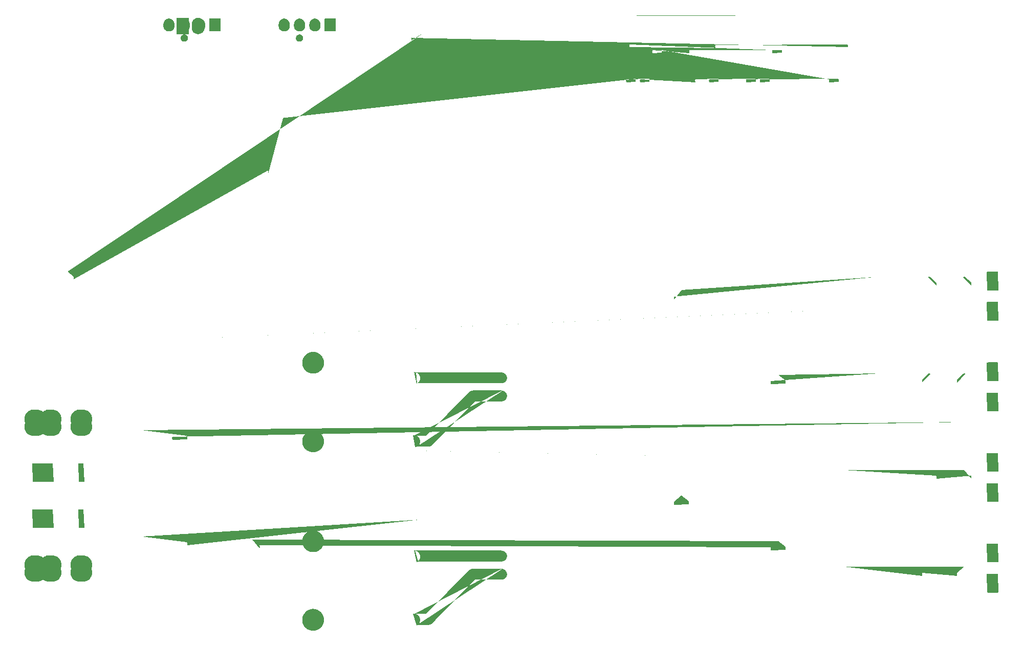
<source format=gbr>
From 5629273bcb6c92a5a9b58ae0f43d25585a01a5ab Mon Sep 17 00:00:00 2001
From: jaseg <git@jaseg.de>
Date: Mon, 25 Sep 2023 12:45:27 +0200
Subject: Driver schematic revision 8

---
 driver/gerber/driver-B_Mask.gbr | 4433 +++++++++++++++++++++------------------
 1 file changed, 2381 insertions(+), 2052 deletions(-)

(limited to 'driver/gerber/driver-B_Mask.gbr')

diff --git a/driver/gerber/driver-B_Mask.gbr b/driver/gerber/driver-B_Mask.gbr
index 5f304e9..3e6df51 100644
--- a/driver/gerber/driver-B_Mask.gbr
+++ b/driver/gerber/driver-B_Mask.gbr
@@ -1,12 +1,12 @@
 G04 #@! TF.GenerationSoftware,KiCad,Pcbnew,7.99.0-unknown*
-G04 #@! TF.CreationDate,2023-06-01T13:12:27+02:00*
+G04 #@! TF.CreationDate,2023-09-24T19:38:34+02:00*
 G04 #@! TF.ProjectId,driver,64726976-6572-42e6-9b69-6361645f7063,rev?*
 G04 #@! TF.SameCoordinates,Original*
 G04 #@! TF.FileFunction,Soldermask,Bot*
 G04 #@! TF.FilePolarity,Negative*
 %FSLAX46Y46*%
 G04 Gerber Fmt 4.6, Leading zero omitted, Abs format (unit mm)*
-G04 Created by KiCad (PCBNEW 7.99.0-unknown) date 2023-06-01 13:12:27*
+G04 Created by KiCad (PCBNEW 7.99.0-unknown) date 2023-09-24 19:38:34*
 %MOMM*%
 %LPD*%
 G01*
@@ -184,9 +184,9 @@ X166907144Y-148540025D01*
 X166931994Y-148632766D01*
 X166932714Y-148641000D01*
 X166933515Y-148644162D01*
-X166942893Y-148757345D01*
+X166942892Y-148757335D01*
 X166951000Y-148850000D01*
-X166942891Y-148942681D01*
+X166942892Y-148942672D01*
 X166933515Y-149055837D01*
 X166932714Y-149058997D01*
 X166931994Y-149067234D01*
@@ -336,9 +336,9 @@ X97305157Y-147735446D01*
 X97330673Y-147841727D01*
 X97331334Y-147850133D01*
 X97332214Y-147853986D01*
-X97343684Y-148007043D01*
+X97343683Y-148007031D01*
 X97351000Y-148100000D01*
-X97343681Y-148192988D01*
+X97343682Y-148192975D01*
 X97332214Y-148346013D01*
 X97331334Y-148349865D01*
 X97330673Y-148358273D01*
@@ -416,9 +416,9 @@ X94094827Y-148464488D01*
 X94069327Y-148358273D01*
 X94068665Y-148349871D01*
 X94067785Y-148346013D01*
-X94056297Y-148192722D01*
+X94056296Y-148192710D01*
 X94049000Y-148100000D01*
-X94056295Y-148007309D01*
+X94056296Y-148007297D01*
 X94067785Y-147853986D01*
 X94068665Y-147850126D01*
 X94069327Y-147841727D01*
@@ -500,9 +500,9 @@ X124305157Y-147735446D01*
 X124330673Y-147841727D01*
 X124331334Y-147850133D01*
 X124332214Y-147853986D01*
-X124343684Y-148007043D01*
+X124343683Y-148007031D01*
 X124351000Y-148100000D01*
-X124343681Y-148192988D01*
+X124343682Y-148192975D01*
 X124332214Y-148346013D01*
 X124331334Y-148349865D01*
 X124330673Y-148358273D01*
@@ -580,9 +580,9 @@ X121094827Y-148464488D01*
 X121069327Y-148358273D01*
 X121068665Y-148349871D01*
 X121067785Y-148346013D01*
-X121056297Y-148192722D01*
+X121056296Y-148192710D01*
 X121049000Y-148100000D01*
-X121056295Y-148007309D01*
+X121056296Y-148007297D01*
 X121067785Y-147853986D01*
 X121068665Y-147850126D01*
 X121069327Y-147841727D01*
@@ -808,9 +808,9 @@ X208802144Y-147140025D01*
 X208826994Y-147232766D01*
 X208827714Y-147241000D01*
 X208828515Y-147244162D01*
-X208837893Y-147357345D01*
+X208837892Y-147357335D01*
 X208846000Y-147450000D01*
-X208837891Y-147542681D01*
+X208837892Y-147542672D01*
 X208828515Y-147655837D01*
 X208827714Y-147658997D01*
 X208826994Y-147667234D01*
@@ -1321,178 +1321,6 @@ X121477500Y-142186500D01*
 X121523278Y-142188821D01*
 G37*
 G36*
-X104835951Y-138854036D02*
-G01*
-X104904589Y-138854036D01*
-X104966570Y-138863378D01*
-X105026269Y-138867648D01*
-X105097044Y-138883044D01*
-X105170760Y-138894155D01*
-X105224924Y-138910862D01*
-X105277305Y-138922257D01*
-X105351110Y-138949785D01*
-X105427979Y-138973496D01*
-X105473658Y-138995493D01*
-X105518030Y-139012044D01*
-X105592770Y-139052855D01*
-X105670500Y-139090288D01*
-X105707412Y-139115454D01*
-X105743522Y-139135172D01*
-X105816907Y-139190107D01*
-X105892905Y-139241922D01*
-X105921220Y-139268194D01*
-X105949192Y-139289134D01*
-X106018708Y-139358650D01*
-X106090226Y-139425009D01*
-X106110540Y-139450482D01*
-X106130865Y-139470807D01*
-X106193896Y-139555007D01*
-X106258056Y-139635461D01*
-X106271317Y-139658429D01*
-X106284827Y-139676477D01*
-X106338719Y-139775173D01*
-X106392645Y-139868575D01*
-X106400119Y-139887618D01*
-X106407955Y-139901969D01*
-X106450138Y-140015066D01*
-X106490987Y-140119146D01*
-X106494184Y-140133157D01*
-X106497742Y-140142694D01*
-X106525789Y-140271626D01*
-X106550884Y-140381575D01*
-X106551502Y-140389830D01*
-X106552351Y-140393730D01*
-X106563985Y-140556395D01*
-X106571000Y-140650000D01*
-X106563984Y-140743612D01*
-X106552351Y-140906269D01*
-X106551502Y-140910168D01*
-X106550884Y-140918425D01*
-X106525784Y-141028393D01*
-X106497742Y-141157305D01*
-X106494185Y-141166840D01*
-X106490987Y-141180854D01*
-X106450131Y-141284952D01*
-X106407955Y-141398030D01*
-X106400120Y-141412377D01*
-X106392645Y-141431425D01*
-X106338709Y-141524843D01*
-X106284827Y-141623522D01*
-X106271319Y-141641565D01*
-X106258056Y-141664539D01*
-X106193884Y-141745007D01*
-X106130865Y-141829192D01*
-X106110544Y-141849512D01*
-X106090226Y-141874991D01*
-X106018694Y-141941362D01*
-X105949192Y-142010865D01*
-X105921225Y-142031800D01*
-X105892905Y-142058078D01*
-X105816892Y-142109902D01*
-X105743522Y-142164827D01*
-X105707420Y-142184540D01*
-X105670500Y-142209712D01*
-X105592755Y-142247151D01*
-X105518030Y-142287955D01*
-X105473667Y-142304501D01*
-X105427979Y-142326504D01*
-X105351094Y-142350219D01*
-X105277305Y-142377742D01*
-X105224935Y-142389134D01*
-X105170760Y-142405845D01*
-X105097029Y-142416958D01*
-X105026269Y-142432351D01*
-X104966582Y-142436619D01*
-X104904589Y-142445964D01*
-X104835937Y-142445964D01*
-X104769999Y-142450680D01*
-X104704062Y-142445964D01*
-X104635411Y-142445964D01*
-X104573418Y-142436620D01*
-X104513730Y-142432351D01*
-X104442967Y-142416957D01*
-X104369240Y-142405845D01*
-X104315066Y-142389134D01*
-X104262694Y-142377742D01*
-X104188899Y-142350217D01*
-X104112021Y-142326504D01*
-X104066336Y-142304503D01*
-X104021969Y-142287955D01*
-X103947236Y-142247147D01*
-X103869500Y-142209712D01*
-X103832583Y-142184542D01*
-X103796477Y-142164827D01*
-X103723095Y-142109894D01*
-X103647095Y-142058078D01*
-X103618778Y-142031803D01*
-X103590807Y-142010865D01*
-X103521291Y-141941349D01*
-X103449774Y-141874991D01*
-X103429459Y-141849517D01*
-X103409134Y-141829192D01*
-X103346099Y-141744986D01*
-X103281944Y-141664539D01*
-X103268683Y-141641571D01*
-X103255172Y-141623522D01*
-X103201272Y-141524812D01*
-X103147355Y-141431425D01*
-X103139882Y-141412384D01*
-X103132044Y-141398030D01*
-X103089848Y-141284901D01*
-X103049013Y-141180854D01*
-X103045816Y-141166847D01*
-X103042257Y-141157305D01*
-X103014193Y-141028300D01*
-X102989116Y-140918425D01*
-X102988497Y-140910175D01*
-X102987648Y-140906269D01*
-X102975994Y-140743332D01*
-X102969000Y-140650000D01*
-X102975991Y-140556701D01*
-X102987648Y-140393730D01*
-X102988497Y-140389823D01*
-X102989116Y-140381575D01*
-X103014189Y-140271720D01*
-X103042257Y-140142694D01*
-X103045816Y-140133150D01*
-X103049013Y-140119146D01*
-X103089840Y-140015118D01*
-X103132044Y-139901969D01*
-X103139883Y-139887612D01*
-X103147355Y-139868575D01*
-X103201262Y-139775205D01*
-X103255172Y-139676477D01*
-X103268686Y-139658424D01*
-X103281944Y-139635461D01*
-X103346086Y-139555028D01*
-X103409134Y-139470807D01*
-X103429463Y-139450477D01*
-X103449774Y-139425009D01*
-X103521277Y-139358663D01*
-X103590807Y-139289134D01*
-X103618783Y-139268190D01*
-X103647095Y-139241922D01*
-X103723080Y-139190115D01*
-X103796477Y-139135172D01*
-X103832591Y-139115452D01*
-X103869500Y-139090288D01*
-X103947220Y-139052859D01*
-X104021969Y-139012044D01*
-X104066345Y-138995492D01*
-X104112021Y-138973496D01*
-X104188884Y-138949787D01*
-X104262694Y-138922257D01*
-X104315077Y-138910861D01*
-X104369240Y-138894155D01*
-X104442952Y-138883044D01*
-X104513730Y-138867648D01*
-X104573430Y-138863378D01*
-X104635411Y-138854036D01*
-X104704048Y-138854036D01*
-X104769999Y-138849319D01*
-X104835951Y-138854036D01*
-G37*
-G36*
 X192672928Y-139906707D02*
 G01*
 X192688576Y-139911253D01*
@@ -1941,62 +1769,94 @@ X212500000Y-139899477D01*
 X212553105Y-139904123D01*
 G37*
 G36*
-X121523278Y-139648821D02*
+X136041461Y-132209612D02*
 G01*
-X121569891Y-139651042D01*
-X121570904Y-139651237D01*
-X121579022Y-139651649D01*
-X121669298Y-139670201D01*
-X121760057Y-139687693D01*
-X121766005Y-139690074D01*
-X121777911Y-139692521D01*
-X121858481Y-139727096D01*
-X121937068Y-139758558D01*
-X121947664Y-139765367D01*
-X121964501Y-139772593D01*
-X122031872Y-139819485D01*
-X122097473Y-139861644D01*
-X122111069Y-139874607D01*
-X122131152Y-139888586D01*
-X122183644Y-139943807D01*
-X122235466Y-139993220D01*
-X122249955Y-140013567D01*
-X122271043Y-140035752D01*
-X122308185Y-140095341D01*
-X122346063Y-140148533D01*
-X122359006Y-140176874D01*
-X122378447Y-140208064D01*
-X122400741Y-140268260D01*
-X122425271Y-140321973D01*
-X122434076Y-140358268D01*
-X122448965Y-140398470D01*
-X122457766Y-140455919D01*
-X122470223Y-140507268D01*
-X122472294Y-140550755D01*
-X122479712Y-140599174D01*
-X122477076Y-140651142D01*
-X122479295Y-140697716D01*
-X122472218Y-140746935D01*
-X122469428Y-140801958D01*
-X122457913Y-140846429D01*
-X122452159Y-140886453D01*
-X122433864Y-140939312D01*
-X122418534Y-140998521D01*
-X122401001Y-141034263D01*
-X122389798Y-141066634D01*
-X122358714Y-141120472D01*
-X122329115Y-141180815D01*
-X122308496Y-141207452D01*
-X122294465Y-141231755D01*
-X122249658Y-141283463D01*
-X122204830Y-141341378D01*
-X122183925Y-141359323D01*
-X122169603Y-141375853D01*
-X122110851Y-141422055D01*
-X122050768Y-141473636D01*
-X122032054Y-141484022D01*
-X122019725Y-141493719D01*
-X121947521Y-141530942D01*
+X136125460Y-132217886D01*
+X136128261Y-132218735D01*
+X136137121Y-132219667D01*
+X136218517Y-132246114D01*
+X136294186Y-132269068D01*
+X136301976Y-132273231D01*
+X136316063Y-132277809D01*
+X136384974Y-132317594D01*
+X136449673Y-132352177D01*
+X136461065Y-132361526D01*
+X136479007Y-132371885D01*
+X136533765Y-132421189D01*
+X136585968Y-132464031D01*
+X136599051Y-132479973D01*
+X136618830Y-132497782D01*
+X136658682Y-132552634D01*
+X136697822Y-132600326D01*
+X136710317Y-132623703D01*
+X136729423Y-132650000D01*
+X136754606Y-132706562D01*
+X136780931Y-132755813D01*
+X136790331Y-132786803D01*
+X136805951Y-132821885D01*
+X136817604Y-132876711D01*
+X136832113Y-132924539D01*
+X136835862Y-132962605D01*
+X136845070Y-133005924D01*
+X136845070Y-133056089D01*
+X136849395Y-133100000D01*
+X136845070Y-133143910D01*
+X136845070Y-133194076D01*
+X136835862Y-133237394D01*
+X136832113Y-133275460D01*
+X136817605Y-133323285D01*
+X136805951Y-133378115D01*
+X136790330Y-133413198D01*
+X136780931Y-133444186D01*
+X136754608Y-133493431D01*
+X136729423Y-133550000D01*
+X136710315Y-133576299D01*
+X136697822Y-133599673D01*
+X136658688Y-133647356D01*
+X136618830Y-133702218D01*
+X136599048Y-133720029D01*
+X136585968Y-133735968D01*
+X136533777Y-133778799D01*
+X136479007Y-133828115D01*
+X136461060Y-133838476D01*
+X136449673Y-133847822D01*
+X136384997Y-133882391D01*
+X136316063Y-133922191D01*
+X136301971Y-133926769D01*
+X136294186Y-133930931D01*
+X136218563Y-133953870D01*
+X136137121Y-133980333D01*
+X136128256Y-133981264D01*
+X136125460Y-133982113D01*
+X136041542Y-133990378D01*
+X135950000Y-134000000D01*
+X135943860Y-134000000D01*
+X131604487Y-134000000D01*
+X131558121Y-134019434D01*
+X124999322Y-140689398D01*
+X124466721Y-141231026D01*
+X124395656Y-141289568D01*
+X124330940Y-141343596D01*
+X124328373Y-141344995D01*
+X124321500Y-141350658D01*
+X124245565Y-141390156D01*
+X124176153Y-141428011D01*
+X124167726Y-141430644D01*
+X124154580Y-141437483D01*
+X124077866Y-141458730D01*
+X124007873Y-141480607D01*
+X123993223Y-141482174D01*
+X123973255Y-141487705D01*
+X123899694Y-141492180D01*
+X123832558Y-141499363D01*
+X123812021Y-141497514D01*
+X123785452Y-141499131D01*
+X123753624Y-141494363D01*
+X123700000Y-141500000D01*
+X123693859Y-141500000D01*
+X122022923Y-141500000D01*
+X121993874Y-141507047D01*
+X121947505Y-141530951D01*
 X121873236Y-141572174D01*
 X121858690Y-141576737D01*
 X121850252Y-141581088D01*
@@ -2075,6 +1935,40 @@ X121290896Y-139655815D01*
 X121382500Y-139646500D01*
 X121477500Y-139646500D01*
 X121523278Y-139648821D01*
+X121569891Y-139651042D01*
+X121570904Y-139651237D01*
+X121579022Y-139651649D01*
+X121669298Y-139670201D01*
+X121760057Y-139687693D01*
+X121766004Y-139690074D01*
+X121777911Y-139692521D01*
+X121789132Y-139697336D01*
+X121802952Y-139700000D01*
+X123420514Y-139700000D01*
+X123466880Y-139680566D01*
+X130553970Y-132473355D01*
+X130553975Y-132473350D01*
+X130558279Y-132468974D01*
+X130629256Y-132410502D01*
+X130694059Y-132356403D01*
+X130696628Y-132355001D01*
+X130703500Y-132349341D01*
+X130779383Y-132309870D01*
+X130848845Y-132271988D01*
+X130857280Y-132269351D01*
+X130870420Y-132262517D01*
+X130947087Y-132241282D01*
+X131017128Y-132219391D01*
+X131031787Y-132217822D01*
+X131051745Y-132212295D01*
+X131125276Y-132207821D01*
+X131192442Y-132200636D01*
+X131212982Y-132202485D01*
+X131239548Y-132200869D01*
+X131245602Y-132201775D01*
+X131262500Y-132200000D01*
+X135950000Y-132200000D01*
+X136041461Y-132209612D01*
 G37*
 G36*
 X122449517Y-137110382D02*
@@ -2101,7 +1995,7 @@ X122430000Y-137106500D01*
 X122449517Y-137110382D01*
 G37*
 G36*
-X217996560Y-133050876D02*
+X217996640Y-133050879D02*
 G01*
 X218066320Y-133053550D01*
 X218067521Y-133053735D01*
@@ -2183,9 +2077,9 @@ X218186700Y-136132459D01*
 X218043078Y-136143485D01*
 X217950000Y-136151000D01*
 X217945211Y-136151000D01*
-X216452388Y-136151000D01*
+X216452395Y-136151000D01*
 X216450000Y-136151000D01*
-X216403236Y-136149115D01*
+X216403156Y-136149112D01*
 X216333679Y-136146449D01*
 X216332486Y-136146264D01*
 X216325196Y-136145971D01*
@@ -2266,419 +2160,7 @@ X216213299Y-133067540D01*
 X216357031Y-133056505D01*
 X216450000Y-133049000D01*
 X217950000Y-133049000D01*
-X217996560Y-133050876D01*
-G37*
-G36*
-X59097425Y-131250876D02*
-G01*
-X59167185Y-131253550D01*
-X59168386Y-131253735D01*
-X59175669Y-131254029D01*
-X59278815Y-131270791D01*
-X59404178Y-131290155D01*
-X59410741Y-131292232D01*
-X59422044Y-131294069D01*
-X59522170Y-131327496D01*
-X59630520Y-131361786D01*
-X59642195Y-131367566D01*
-X59658805Y-131373112D01*
-X59748961Y-131420429D01*
-X59843269Y-131467124D01*
-X59858962Y-131478162D01*
-X59879821Y-131489110D01*
-X59957318Y-131547345D01*
-X60033966Y-131601259D01*
-X60116170Y-131598108D01*
-X60159114Y-131560064D01*
-X60181581Y-131545856D01*
-X60198758Y-131531691D01*
-X60286031Y-131479806D01*
-X60370079Y-131426658D01*
-X60388966Y-131418610D01*
-X60402818Y-131410376D01*
-X60504147Y-131369536D01*
-X60599713Y-131328820D01*
-X60613768Y-131325355D01*
-X60623005Y-131321633D01*
-X60738960Y-131294498D01*
-X60842067Y-131269085D01*
-X60850455Y-131268407D01*
-X60854164Y-131267540D01*
-X60997896Y-131256505D01*
-X61090865Y-131249000D01*
-X61590865Y-131249000D01*
-X61637425Y-131250876D01*
-X61707185Y-131253550D01*
-X61708386Y-131253735D01*
-X61715669Y-131254029D01*
-X61818815Y-131270791D01*
-X61944178Y-131290155D01*
-X61950741Y-131292232D01*
-X61962044Y-131294069D01*
-X62062170Y-131327496D01*
-X62170520Y-131361786D01*
-X62182195Y-131367566D01*
-X62198805Y-131373112D01*
-X62288961Y-131420429D01*
-X62383269Y-131467124D01*
-X62398962Y-131478162D01*
-X62419821Y-131489110D01*
-X62497299Y-131547331D01*
-X62577440Y-131603701D01*
-X62595700Y-131621274D01*
-X62619368Y-131639060D01*
-X62682810Y-131705110D01*
-X62748492Y-131768323D01*
-X62767583Y-131793368D01*
-X62792277Y-131819077D01*
-X62841117Y-131889834D01*
-X62892415Y-131957130D01*
-X62910409Y-131990221D01*
-X62934070Y-132024500D01*
-X62968463Y-132096981D01*
-X63005819Y-132165679D01*
-X63020636Y-132206934D01*
-X63041075Y-132250008D01*
-X63061779Y-132321487D01*
-X63086067Y-132389111D01*
-X63095590Y-132438217D01*
-X63110520Y-132489760D01*
-X63118781Y-132557797D01*
-X63131266Y-132622173D01*
-X63133419Y-132678353D01*
-X63140607Y-132737548D01*
-X63138086Y-132800099D01*
-X63140359Y-132859393D01*
-X63133196Y-132921435D01*
-X63130556Y-132986952D01*
-X63119224Y-133042457D01*
-X63113133Y-133095223D01*
-X63094929Y-133161465D01*
-X63080629Y-133231515D01*
-X63062658Y-133278899D01*
-X63050226Y-133324141D01*
-X63019543Y-133392584D01*
-X62992117Y-133464902D01*
-X62969782Y-133503587D01*
-X62953116Y-133540764D01*
-X62908881Y-133609069D01*
-X62867313Y-133681068D01*
-X62842861Y-133711015D01*
-X62824068Y-133740036D01*
-X62765618Y-133805620D01*
-X62709450Y-133874415D01*
-X62685024Y-133896054D01*
-X62666124Y-133917262D01*
-X62593224Y-133977381D01*
-X62522616Y-134039936D01*
-X62500139Y-134054149D01*
-X62482971Y-134068308D01*
-X62395740Y-134120167D01*
-X62311651Y-134173342D01*
-X62292753Y-134181393D01*
-X62278911Y-134189623D01*
-X62177643Y-134230437D01*
-X62082017Y-134271180D01*
-X62067952Y-134274646D01*
-X62058724Y-134278366D01*
-X61942868Y-134305477D01*
-X61839663Y-134330915D01*
-X61831266Y-134331592D01*
-X61827565Y-134332459D01*
-X61683943Y-134343485D01*
-X61590865Y-134351000D01*
-X61586076Y-134351000D01*
-X61093253Y-134351000D01*
-X61090865Y-134351000D01*
-X61044101Y-134349115D01*
-X60974544Y-134346449D01*
-X60973351Y-134346264D01*
-X60966061Y-134345971D01*
-X60862809Y-134329190D01*
-X60737551Y-134309844D01*
-X60730993Y-134307768D01*
-X60719686Y-134305931D01*
-X60619520Y-134272490D01*
-X60511209Y-134238213D01*
-X60499537Y-134232434D01*
-X60482925Y-134226888D01*
-X60392761Y-134179566D01*
-X60298463Y-134132877D01*
-X60282769Y-134121838D01*
-X60261909Y-134110890D01*
-X60184413Y-134052655D01*
-X60107762Y-133998740D01*
-X60025559Y-134001891D01*
-X59982616Y-134039936D01*
-X59960133Y-134054153D01*
-X59942967Y-134068310D01*
-X59855746Y-134120163D01*
-X59771651Y-134173342D01*
-X59752753Y-134181393D01*
-X59738911Y-134189623D01*
-X59637643Y-134230437D01*
-X59542017Y-134271180D01*
-X59527952Y-134274646D01*
-X59518724Y-134278366D01*
-X59402868Y-134305477D01*
-X59299663Y-134330915D01*
-X59291266Y-134331592D01*
-X59287565Y-134332459D01*
-X59143943Y-134343485D01*
-X59050865Y-134351000D01*
-X59046076Y-134351000D01*
-X58553253Y-134351000D01*
-X58550865Y-134351000D01*
-X58504101Y-134349115D01*
-X58434544Y-134346449D01*
-X58433351Y-134346264D01*
-X58426061Y-134345971D01*
-X58322809Y-134329190D01*
-X58197551Y-134309844D01*
-X58190993Y-134307768D01*
-X58179686Y-134305931D01*
-X58079520Y-134272490D01*
-X57971209Y-134238213D01*
-X57959537Y-134232434D01*
-X57942925Y-134226888D01*
-X57852751Y-134179561D01*
-X57758460Y-134132875D01*
-X57742768Y-134121838D01*
-X57721909Y-134110890D01*
-X57644424Y-134052664D01*
-X57564289Y-133996298D01*
-X57546029Y-133978725D01*
-X57522362Y-133960940D01*
-X57458918Y-133894888D01*
-X57393237Y-133831676D01*
-X57374145Y-133806630D01*
-X57349453Y-133780923D01*
-X57300614Y-133710168D01*
-X57249314Y-133642869D01*
-X57231318Y-133609774D01*
-X57207660Y-133575500D01*
-X57173270Y-133503024D01*
-X57135910Y-133434320D01*
-X57121090Y-133393059D01*
-X57100655Y-133349992D01*
-X57079953Y-133278521D01*
-X57055662Y-133210888D01*
-X57046137Y-133161774D01*
-X57031210Y-133110240D01*
-X57022950Y-133042214D01*
-X57010463Y-132977826D01*
-X57008309Y-132921634D01*
-X57001123Y-132862452D01*
-X57003643Y-132799912D01*
-X57001370Y-132740606D01*
-X57008534Y-132678549D01*
-X57011174Y-132613048D01*
-X57022502Y-132557554D01*
-X57028596Y-132504776D01*
-X57046804Y-132438516D01*
-X57061101Y-132368485D01*
-X57079066Y-132321112D01*
-X57091503Y-132275858D01*
-X57122194Y-132207394D01*
-X57149613Y-132135098D01*
-X57171941Y-132096424D01*
-X57188613Y-132059235D01*
-X57232862Y-131990906D01*
-X57274417Y-131918932D01*
-X57298860Y-131888994D01*
-X57317661Y-131859963D01*
-X57376132Y-131794353D01*
-X57432280Y-131725585D01*
-X57456696Y-131703953D01*
-X57475605Y-131682737D01*
-X57548534Y-131622591D01*
-X57619114Y-131560064D01*
-X57641581Y-131545856D01*
-X57658758Y-131531691D01*
-X57746031Y-131479806D01*
-X57830079Y-131426658D01*
-X57848966Y-131418610D01*
-X57862818Y-131410376D01*
-X57964147Y-131369536D01*
-X58059713Y-131328820D01*
-X58073768Y-131325355D01*
-X58083005Y-131321633D01*
-X58198960Y-131294498D01*
-X58302067Y-131269085D01*
-X58310455Y-131268407D01*
-X58314164Y-131267540D01*
-X58457896Y-131256505D01*
-X58550865Y-131249000D01*
-X59050865Y-131249000D01*
-X59097425Y-131250876D01*
-G37*
-G36*
-X66717425Y-131250876D02*
-G01*
-X66787185Y-131253550D01*
-X66788386Y-131253735D01*
-X66795669Y-131254029D01*
-X66898815Y-131270791D01*
-X67024178Y-131290155D01*
-X67030741Y-131292232D01*
-X67042044Y-131294069D01*
-X67142170Y-131327496D01*
-X67250520Y-131361786D01*
-X67262195Y-131367566D01*
-X67278805Y-131373112D01*
-X67368961Y-131420429D01*
-X67463269Y-131467124D01*
-X67478962Y-131478162D01*
-X67499821Y-131489110D01*
-X67577299Y-131547331D01*
-X67657440Y-131603701D01*
-X67675700Y-131621274D01*
-X67699368Y-131639060D01*
-X67762810Y-131705110D01*
-X67828492Y-131768323D01*
-X67847583Y-131793368D01*
-X67872277Y-131819077D01*
-X67921117Y-131889834D01*
-X67972415Y-131957130D01*
-X67990409Y-131990221D01*
-X68014070Y-132024500D01*
-X68048463Y-132096981D01*
-X68085819Y-132165679D01*
-X68100636Y-132206934D01*
-X68121075Y-132250008D01*
-X68141779Y-132321487D01*
-X68166067Y-132389111D01*
-X68175590Y-132438217D01*
-X68190520Y-132489760D01*
-X68198781Y-132557797D01*
-X68211266Y-132622173D01*
-X68213419Y-132678353D01*
-X68220607Y-132737548D01*
-X68218086Y-132800099D01*
-X68220359Y-132859393D01*
-X68213196Y-132921435D01*
-X68210556Y-132986952D01*
-X68199224Y-133042457D01*
-X68193133Y-133095223D01*
-X68174929Y-133161465D01*
-X68160629Y-133231515D01*
-X68142658Y-133278899D01*
-X68130226Y-133324141D01*
-X68099543Y-133392584D01*
-X68072117Y-133464902D01*
-X68049782Y-133503587D01*
-X68033116Y-133540764D01*
-X67988881Y-133609069D01*
-X67947313Y-133681068D01*
-X67922861Y-133711015D01*
-X67904068Y-133740036D01*
-X67845618Y-133805620D01*
-X67789450Y-133874415D01*
-X67765024Y-133896054D01*
-X67746124Y-133917262D01*
-X67673224Y-133977381D01*
-X67602616Y-134039936D01*
-X67580139Y-134054149D01*
-X67562971Y-134068308D01*
-X67475740Y-134120167D01*
-X67391651Y-134173342D01*
-X67372753Y-134181393D01*
-X67358911Y-134189623D01*
-X67257643Y-134230437D01*
-X67162017Y-134271180D01*
-X67147952Y-134274646D01*
-X67138724Y-134278366D01*
-X67022868Y-134305477D01*
-X66919663Y-134330915D01*
-X66911266Y-134331592D01*
-X66907565Y-134332459D01*
-X66763943Y-134343485D01*
-X66670865Y-134351000D01*
-X66666076Y-134351000D01*
-X66173253Y-134351000D01*
-X66170865Y-134351000D01*
-X66124101Y-134349115D01*
-X66054544Y-134346449D01*
-X66053351Y-134346264D01*
-X66046061Y-134345971D01*
-X65942809Y-134329190D01*
-X65817551Y-134309844D01*
-X65810993Y-134307768D01*
-X65799686Y-134305931D01*
-X65699520Y-134272490D01*
-X65591209Y-134238213D01*
-X65579537Y-134232434D01*
-X65562925Y-134226888D01*
-X65472751Y-134179561D01*
-X65378460Y-134132875D01*
-X65362768Y-134121838D01*
-X65341909Y-134110890D01*
-X65264424Y-134052664D01*
-X65184289Y-133996298D01*
-X65166029Y-133978725D01*
-X65142362Y-133960940D01*
-X65078918Y-133894888D01*
-X65013237Y-133831676D01*
-X64994145Y-133806630D01*
-X64969453Y-133780923D01*
-X64920614Y-133710168D01*
-X64869314Y-133642869D01*
-X64851318Y-133609774D01*
-X64827660Y-133575500D01*
-X64793270Y-133503024D01*
-X64755910Y-133434320D01*
-X64741090Y-133393059D01*
-X64720655Y-133349992D01*
-X64699953Y-133278521D01*
-X64675662Y-133210888D01*
-X64666137Y-133161774D01*
-X64651210Y-133110240D01*
-X64642950Y-133042214D01*
-X64630463Y-132977826D01*
-X64628309Y-132921634D01*
-X64621123Y-132862452D01*
-X64623643Y-132799912D01*
-X64621370Y-132740606D01*
-X64628534Y-132678549D01*
-X64631174Y-132613048D01*
-X64642502Y-132557554D01*
-X64648596Y-132504776D01*
-X64666804Y-132438516D01*
-X64681101Y-132368485D01*
-X64699066Y-132321112D01*
-X64711503Y-132275858D01*
-X64742194Y-132207394D01*
-X64769613Y-132135098D01*
-X64791941Y-132096424D01*
-X64808613Y-132059235D01*
-X64852862Y-131990906D01*
-X64894417Y-131918932D01*
-X64918860Y-131888994D01*
-X64937661Y-131859963D01*
-X64996132Y-131794353D01*
-X65052280Y-131725585D01*
-X65076696Y-131703953D01*
-X65095605Y-131682737D01*
-X65168534Y-131622591D01*
-X65239114Y-131560064D01*
-X65261581Y-131545856D01*
-X65278758Y-131531691D01*
-X65366031Y-131479806D01*
-X65450079Y-131426658D01*
-X65468966Y-131418610D01*
-X65482818Y-131410376D01*
-X65584147Y-131369536D01*
-X65679713Y-131328820D01*
-X65693768Y-131325355D01*
-X65703005Y-131321633D01*
-X65818960Y-131294498D01*
-X65922067Y-131269085D01*
-X65930455Y-131268407D01*
-X65934164Y-131267540D01*
-X66077896Y-131256505D01*
-X66170865Y-131249000D01*
-X66670865Y-131249000D01*
-X66717425Y-131250876D01*
+X217996640Y-133050879D01*
 G37*
 G36*
 X192672928Y-131906707D02*
@@ -2950,9 +2432,9 @@ X205545881Y-133413584D01*
 X205519449Y-133320683D01*
 X205518634Y-133311896D01*
 X205517715Y-133308464D01*
-X205507542Y-133192186D01*
+X205507541Y-133192177D01*
 X205499000Y-133100000D01*
-X205507539Y-133007839D01*
+X205507540Y-133007829D01*
 X205517715Y-132891535D01*
 X205518635Y-132888101D01*
 X205519449Y-132879317D01*
@@ -3090,9 +2572,9 @@ X211345881Y-133413584D01*
 X211319449Y-133320683D01*
 X211318634Y-133311896D01*
 X211317715Y-133308464D01*
-X211307542Y-133192186D01*
+X211307541Y-133192177D01*
 X211299000Y-133100000D01*
-X211307539Y-133007839D01*
+X211307540Y-133007829D01*
 X211317715Y-132891535D01*
 X211318635Y-132888101D01*
 X211319449Y-132879317D01*
@@ -3129,62 +2611,493 @@ X212500000Y-131899477D01*
 X212553105Y-131904123D01*
 G37*
 G36*
+X59097505Y-129980879D02*
+G01*
+X59167185Y-129983550D01*
+X59168386Y-129983735D01*
+X59175669Y-129984029D01*
+X59278815Y-130000791D01*
+X59404178Y-130020155D01*
+X59410741Y-130022232D01*
+X59422044Y-130024069D01*
+X59522170Y-130057496D01*
+X59630520Y-130091786D01*
+X59642195Y-130097566D01*
+X59658805Y-130103112D01*
+X59748961Y-130150429D01*
+X59843269Y-130197124D01*
+X59858962Y-130208162D01*
+X59879821Y-130219110D01*
+X59957318Y-130277345D01*
+X60033966Y-130331259D01*
+X60116170Y-130328108D01*
+X60159114Y-130290064D01*
+X60181581Y-130275856D01*
+X60198758Y-130261691D01*
+X60286031Y-130209806D01*
+X60370079Y-130156658D01*
+X60388966Y-130148610D01*
+X60402818Y-130140376D01*
+X60504147Y-130099536D01*
+X60599713Y-130058820D01*
+X60613768Y-130055355D01*
+X60623005Y-130051633D01*
+X60738960Y-130024498D01*
+X60842067Y-129999085D01*
+X60850455Y-129998407D01*
+X60854164Y-129997540D01*
+X60997896Y-129986505D01*
+X61090865Y-129979000D01*
+X61590865Y-129979000D01*
+X61637505Y-129980879D01*
+X61707185Y-129983550D01*
+X61708386Y-129983735D01*
+X61715669Y-129984029D01*
+X61818815Y-130000791D01*
+X61944178Y-130020155D01*
+X61950741Y-130022232D01*
+X61962044Y-130024069D01*
+X62062170Y-130057496D01*
+X62170520Y-130091786D01*
+X62182195Y-130097566D01*
+X62198805Y-130103112D01*
+X62288961Y-130150429D01*
+X62383269Y-130197124D01*
+X62398962Y-130208162D01*
+X62419821Y-130219110D01*
+X62497299Y-130277331D01*
+X62577440Y-130333701D01*
+X62595700Y-130351274D01*
+X62619368Y-130369060D01*
+X62682810Y-130435110D01*
+X62748492Y-130498323D01*
+X62767583Y-130523368D01*
+X62792277Y-130549077D01*
+X62841117Y-130619834D01*
+X62892415Y-130687130D01*
+X62910409Y-130720221D01*
+X62934070Y-130754500D01*
+X62968463Y-130826981D01*
+X63005819Y-130895679D01*
+X63020636Y-130936934D01*
+X63041075Y-130980008D01*
+X63061779Y-131051487D01*
+X63086067Y-131119111D01*
+X63095590Y-131168217D01*
+X63110520Y-131219760D01*
+X63118781Y-131287797D01*
+X63131266Y-131352173D01*
+X63133419Y-131408353D01*
+X63140607Y-131467548D01*
+X63138086Y-131530099D01*
+X63140359Y-131589393D01*
+X63133196Y-131651435D01*
+X63130556Y-131716952D01*
+X63119224Y-131772457D01*
+X63113133Y-131825223D01*
+X63094929Y-131891465D01*
+X63080629Y-131961515D01*
+X63062658Y-132008899D01*
+X63050226Y-132054141D01*
+X63019543Y-132122584D01*
+X62992117Y-132194902D01*
+X62969782Y-132233587D01*
+X62953116Y-132270764D01*
+X62908881Y-132339069D01*
+X62867313Y-132411068D01*
+X62842861Y-132441015D01*
+X62824068Y-132470036D01*
+X62765618Y-132535620D01*
+X62709450Y-132604415D01*
+X62685024Y-132626054D01*
+X62666124Y-132647262D01*
+X62593224Y-132707381D01*
+X62522616Y-132769936D01*
+X62500139Y-132784149D01*
+X62482971Y-132798308D01*
+X62395740Y-132850167D01*
+X62311651Y-132903342D01*
+X62292753Y-132911393D01*
+X62278911Y-132919623D01*
+X62177643Y-132960437D01*
+X62082017Y-133001180D01*
+X62067952Y-133004646D01*
+X62058724Y-133008366D01*
+X61942868Y-133035477D01*
+X61839663Y-133060915D01*
+X61831266Y-133061592D01*
+X61827565Y-133062459D01*
+X61683943Y-133073485D01*
+X61590865Y-133081000D01*
+X61586076Y-133081000D01*
+X61093260Y-133081000D01*
+X61090865Y-133081000D01*
+X61044021Y-133079112D01*
+X60974544Y-133076449D01*
+X60973351Y-133076264D01*
+X60966061Y-133075971D01*
+X60862809Y-133059190D01*
+X60737551Y-133039844D01*
+X60730993Y-133037768D01*
+X60719686Y-133035931D01*
+X60619520Y-133002490D01*
+X60511209Y-132968213D01*
+X60499537Y-132962434D01*
+X60482925Y-132956888D01*
+X60392761Y-132909566D01*
+X60298463Y-132862877D01*
+X60282769Y-132851838D01*
+X60261909Y-132840890D01*
+X60184413Y-132782655D01*
+X60107762Y-132728740D01*
+X60025559Y-132731891D01*
+X59982616Y-132769936D01*
+X59960133Y-132784153D01*
+X59942967Y-132798310D01*
+X59855746Y-132850163D01*
+X59771651Y-132903342D01*
+X59752753Y-132911393D01*
+X59738911Y-132919623D01*
+X59637643Y-132960437D01*
+X59542017Y-133001180D01*
+X59527952Y-133004646D01*
+X59518724Y-133008366D01*
+X59402868Y-133035477D01*
+X59299663Y-133060915D01*
+X59291266Y-133061592D01*
+X59287565Y-133062459D01*
+X59143943Y-133073485D01*
+X59050865Y-133081000D01*
+X59046076Y-133081000D01*
+X58553260Y-133081000D01*
+X58550865Y-133081000D01*
+X58504021Y-133079112D01*
+X58434544Y-133076449D01*
+X58433351Y-133076264D01*
+X58426061Y-133075971D01*
+X58322809Y-133059190D01*
+X58197551Y-133039844D01*
+X58190993Y-133037768D01*
+X58179686Y-133035931D01*
+X58079520Y-133002490D01*
+X57971209Y-132968213D01*
+X57959537Y-132962434D01*
+X57942925Y-132956888D01*
+X57852751Y-132909561D01*
+X57758460Y-132862875D01*
+X57742768Y-132851838D01*
+X57721909Y-132840890D01*
+X57644424Y-132782664D01*
+X57564289Y-132726298D01*
+X57546029Y-132708725D01*
+X57522362Y-132690940D01*
+X57458918Y-132624888D01*
+X57393237Y-132561676D01*
+X57374145Y-132536630D01*
+X57349453Y-132510923D01*
+X57300614Y-132440168D01*
+X57249314Y-132372869D01*
+X57231318Y-132339774D01*
+X57207660Y-132305500D01*
+X57173270Y-132233024D01*
+X57135910Y-132164320D01*
+X57121090Y-132123059D01*
+X57100655Y-132079992D01*
+X57079953Y-132008521D01*
+X57055662Y-131940888D01*
+X57046137Y-131891774D01*
+X57031210Y-131840240D01*
+X57022950Y-131772214D01*
+X57010463Y-131707826D01*
+X57008309Y-131651634D01*
+X57001123Y-131592452D01*
+X57003643Y-131529912D01*
+X57001370Y-131470606D01*
+X57008534Y-131408549D01*
+X57011174Y-131343048D01*
+X57022502Y-131287554D01*
+X57028596Y-131234776D01*
+X57046804Y-131168516D01*
+X57061101Y-131098485D01*
+X57079066Y-131051112D01*
+X57091503Y-131005858D01*
+X57122194Y-130937394D01*
+X57149613Y-130865098D01*
+X57171941Y-130826424D01*
+X57188613Y-130789235D01*
+X57232862Y-130720906D01*
+X57274417Y-130648932D01*
+X57298860Y-130618994D01*
+X57317661Y-130589963D01*
+X57376132Y-130524353D01*
+X57432280Y-130455585D01*
+X57456696Y-130433953D01*
+X57475605Y-130412737D01*
+X57548534Y-130352591D01*
+X57619114Y-130290064D01*
+X57641581Y-130275856D01*
+X57658758Y-130261691D01*
+X57746031Y-130209806D01*
+X57830079Y-130156658D01*
+X57848966Y-130148610D01*
+X57862818Y-130140376D01*
+X57964147Y-130099536D01*
+X58059713Y-130058820D01*
+X58073768Y-130055355D01*
+X58083005Y-130051633D01*
+X58198960Y-130024498D01*
+X58302067Y-129999085D01*
+X58310455Y-129998407D01*
+X58314164Y-129997540D01*
+X58457896Y-129986505D01*
+X58550865Y-129979000D01*
+X59050865Y-129979000D01*
+X59097505Y-129980879D01*
+G37*
+G36*
+X66717505Y-129980879D02*
+G01*
+X66787185Y-129983550D01*
+X66788386Y-129983735D01*
+X66795669Y-129984029D01*
+X66898815Y-130000791D01*
+X67024178Y-130020155D01*
+X67030741Y-130022232D01*
+X67042044Y-130024069D01*
+X67142170Y-130057496D01*
+X67250520Y-130091786D01*
+X67262195Y-130097566D01*
+X67278805Y-130103112D01*
+X67368961Y-130150429D01*
+X67463269Y-130197124D01*
+X67478962Y-130208162D01*
+X67499821Y-130219110D01*
+X67577299Y-130277331D01*
+X67657440Y-130333701D01*
+X67675700Y-130351274D01*
+X67699368Y-130369060D01*
+X67762810Y-130435110D01*
+X67828492Y-130498323D01*
+X67847583Y-130523368D01*
+X67872277Y-130549077D01*
+X67921117Y-130619834D01*
+X67972415Y-130687130D01*
+X67990409Y-130720221D01*
+X68014070Y-130754500D01*
+X68048463Y-130826981D01*
+X68085819Y-130895679D01*
+X68100636Y-130936934D01*
+X68121075Y-130980008D01*
+X68141779Y-131051487D01*
+X68166067Y-131119111D01*
+X68175590Y-131168217D01*
+X68190520Y-131219760D01*
+X68198781Y-131287797D01*
+X68211266Y-131352173D01*
+X68213419Y-131408353D01*
+X68220607Y-131467548D01*
+X68218086Y-131530099D01*
+X68220359Y-131589393D01*
+X68213196Y-131651435D01*
+X68210556Y-131716952D01*
+X68199224Y-131772457D01*
+X68193133Y-131825223D01*
+X68174929Y-131891465D01*
+X68160629Y-131961515D01*
+X68142658Y-132008899D01*
+X68130226Y-132054141D01*
+X68099543Y-132122584D01*
+X68072117Y-132194902D01*
+X68049782Y-132233587D01*
+X68033116Y-132270764D01*
+X67988881Y-132339069D01*
+X67947313Y-132411068D01*
+X67922861Y-132441015D01*
+X67904068Y-132470036D01*
+X67845618Y-132535620D01*
+X67789450Y-132604415D01*
+X67765024Y-132626054D01*
+X67746124Y-132647262D01*
+X67673224Y-132707381D01*
+X67602616Y-132769936D01*
+X67580139Y-132784149D01*
+X67562971Y-132798308D01*
+X67475740Y-132850167D01*
+X67391651Y-132903342D01*
+X67372753Y-132911393D01*
+X67358911Y-132919623D01*
+X67257643Y-132960437D01*
+X67162017Y-133001180D01*
+X67147952Y-133004646D01*
+X67138724Y-133008366D01*
+X67022868Y-133035477D01*
+X66919663Y-133060915D01*
+X66911266Y-133061592D01*
+X66907565Y-133062459D01*
+X66763943Y-133073485D01*
+X66670865Y-133081000D01*
+X66666076Y-133081000D01*
+X66173260Y-133081000D01*
+X66170865Y-133081000D01*
+X66124021Y-133079112D01*
+X66054544Y-133076449D01*
+X66053351Y-133076264D01*
+X66046061Y-133075971D01*
+X65942809Y-133059190D01*
+X65817551Y-133039844D01*
+X65810993Y-133037768D01*
+X65799686Y-133035931D01*
+X65699520Y-133002490D01*
+X65591209Y-132968213D01*
+X65579537Y-132962434D01*
+X65562925Y-132956888D01*
+X65472751Y-132909561D01*
+X65378460Y-132862875D01*
+X65362768Y-132851838D01*
+X65341909Y-132840890D01*
+X65264424Y-132782664D01*
+X65184289Y-132726298D01*
+X65166029Y-132708725D01*
+X65142362Y-132690940D01*
+X65078918Y-132624888D01*
+X65013237Y-132561676D01*
+X64994145Y-132536630D01*
+X64969453Y-132510923D01*
+X64920614Y-132440168D01*
+X64869314Y-132372869D01*
+X64851318Y-132339774D01*
+X64827660Y-132305500D01*
+X64793270Y-132233024D01*
+X64755910Y-132164320D01*
+X64741090Y-132123059D01*
+X64720655Y-132079992D01*
+X64699953Y-132008521D01*
+X64675662Y-131940888D01*
+X64666137Y-131891774D01*
+X64651210Y-131840240D01*
+X64642950Y-131772214D01*
+X64630463Y-131707826D01*
+X64628309Y-131651634D01*
+X64621123Y-131592452D01*
+X64623643Y-131529912D01*
+X64621370Y-131470606D01*
+X64628534Y-131408549D01*
+X64631174Y-131343048D01*
+X64642502Y-131287554D01*
+X64648596Y-131234776D01*
+X64666804Y-131168516D01*
+X64681101Y-131098485D01*
+X64699066Y-131051112D01*
+X64711503Y-131005858D01*
+X64742194Y-130937394D01*
+X64769613Y-130865098D01*
+X64791941Y-130826424D01*
+X64808613Y-130789235D01*
+X64852862Y-130720906D01*
+X64894417Y-130648932D01*
+X64918860Y-130618994D01*
+X64937661Y-130589963D01*
+X64996132Y-130524353D01*
+X65052280Y-130455585D01*
+X65076696Y-130433953D01*
+X65095605Y-130412737D01*
+X65168534Y-130352591D01*
+X65239114Y-130290064D01*
+X65261581Y-130275856D01*
+X65278758Y-130261691D01*
+X65366031Y-130209806D01*
+X65450079Y-130156658D01*
+X65468966Y-130148610D01*
+X65482818Y-130140376D01*
+X65584147Y-130099536D01*
+X65679713Y-130058820D01*
+X65693768Y-130055355D01*
+X65703005Y-130051633D01*
+X65818960Y-130024498D01*
+X65922067Y-129999085D01*
+X65930455Y-129998407D01*
+X65934164Y-129997540D01*
+X66077896Y-129986505D01*
+X66170865Y-129979000D01*
+X66670865Y-129979000D01*
+X66717505Y-129980879D01*
+G37*
+G36*
 X121523278Y-129188821D02*
 G01*
 X121569891Y-129191042D01*
 X121570904Y-129191237D01*
 X121579022Y-129191649D01*
-X121669298Y-129210201D01*
-X121760057Y-129227693D01*
-X121766005Y-129230074D01*
-X121777911Y-129232521D01*
-X121858481Y-129267096D01*
-X121937068Y-129298558D01*
-X121947664Y-129305367D01*
-X121964501Y-129312593D01*
-X122031872Y-129359485D01*
-X122097473Y-129401644D01*
-X122111069Y-129414607D01*
-X122131152Y-129428586D01*
-X122183644Y-129483807D01*
-X122235466Y-129533220D01*
-X122249955Y-129553567D01*
-X122271043Y-129575752D01*
-X122308185Y-129635341D01*
-X122346063Y-129688533D01*
-X122359006Y-129716874D01*
-X122378447Y-129748064D01*
-X122400741Y-129808260D01*
-X122425271Y-129861973D01*
-X122434076Y-129898268D01*
-X122448965Y-129938470D01*
-X122457766Y-129995919D01*
-X122470223Y-130047268D01*
-X122472294Y-130090755D01*
-X122479712Y-130139174D01*
-X122477076Y-130191142D01*
-X122479295Y-130237716D01*
-X122472218Y-130286935D01*
-X122469428Y-130341958D01*
-X122457913Y-130386429D01*
-X122452159Y-130426453D01*
-X122433864Y-130479312D01*
-X122418534Y-130538521D01*
-X122401001Y-130574263D01*
-X122389798Y-130606634D01*
-X122358714Y-130660472D01*
-X122329115Y-130720815D01*
-X122308496Y-130747452D01*
-X122294465Y-130771755D01*
-X122249658Y-130823463D01*
-X122204830Y-130881378D01*
-X122183925Y-130899323D01*
-X122169603Y-130915853D01*
-X122110851Y-130962055D01*
+X121617324Y-129199520D01*
+X121622349Y-129200000D01*
+X135950000Y-129200000D01*
+X136041461Y-129209612D01*
+X136125460Y-129217886D01*
+X136128261Y-129218735D01*
+X136137121Y-129219667D01*
+X136218517Y-129246114D01*
+X136294186Y-129269068D01*
+X136301976Y-129273231D01*
+X136316063Y-129277809D01*
+X136384974Y-129317594D01*
+X136449673Y-129352177D01*
+X136461065Y-129361526D01*
+X136479007Y-129371885D01*
+X136533765Y-129421189D01*
+X136585968Y-129464031D01*
+X136599051Y-129479973D01*
+X136618830Y-129497782D01*
+X136658682Y-129552634D01*
+X136697822Y-129600326D01*
+X136710317Y-129623703D01*
+X136729423Y-129650000D01*
+X136754606Y-129706562D01*
+X136780931Y-129755813D01*
+X136790331Y-129786803D01*
+X136805951Y-129821885D01*
+X136817604Y-129876711D01*
+X136832113Y-129924539D01*
+X136835862Y-129962605D01*
+X136845070Y-130005924D01*
+X136845070Y-130056089D01*
+X136849395Y-130100000D01*
+X136845070Y-130143910D01*
+X136845070Y-130194076D01*
+X136835862Y-130237394D01*
+X136832113Y-130275460D01*
+X136817605Y-130323285D01*
+X136805951Y-130378115D01*
+X136790330Y-130413198D01*
+X136780931Y-130444186D01*
+X136754608Y-130493431D01*
+X136729423Y-130550000D01*
+X136710315Y-130576299D01*
+X136697822Y-130599673D01*
+X136658688Y-130647356D01*
+X136618830Y-130702218D01*
+X136599048Y-130720029D01*
+X136585968Y-130735968D01*
+X136533777Y-130778799D01*
+X136479007Y-130828115D01*
+X136461060Y-130838476D01*
+X136449673Y-130847822D01*
+X136384997Y-130882391D01*
+X136316063Y-130922191D01*
+X136301971Y-130926769D01*
+X136294186Y-130930931D01*
+X136218563Y-130953870D01*
+X136137121Y-130980333D01*
+X136128256Y-130981264D01*
+X136125460Y-130982113D01*
+X136041542Y-130990378D01*
+X135950000Y-131000000D01*
+X135943860Y-131000000D01*
+X122084847Y-131000000D01*
+X122054360Y-131010552D01*
 X122050768Y-131013636D01*
-X122032054Y-131024022D01*
-X122019725Y-131033719D01*
-X121947521Y-131070942D01*
+X122032063Y-131024017D01*
+X122019729Y-131033717D01*
+X121947520Y-131070942D01*
 X121873236Y-131112174D01*
 X121858690Y-131116737D01*
 X121850252Y-131121088D01*
@@ -3265,7 +3178,7 @@ X121477500Y-129186500D01*
 X121523278Y-129188821D01*
 G37*
 G36*
-X217996560Y-128050876D02*
+X217996640Y-128050879D02*
 G01*
 X218066320Y-128053550D01*
 X218067521Y-128053735D01*
@@ -3347,9 +3260,9 @@ X218186700Y-131132459D01*
 X218043078Y-131143485D01*
 X217950000Y-131151000D01*
 X217945211Y-131151000D01*
-X216452388Y-131151000D01*
+X216452395Y-131151000D01*
 X216450000Y-131151000D01*
-X216403236Y-131149115D01*
+X216403156Y-131149112D01*
 X216333679Y-131146449D01*
 X216332486Y-131146264D01*
 X216325196Y-131145971D01*
@@ -3430,7 +3343,7 @@ X216213299Y-128067540D01*
 X216357031Y-128056505D01*
 X216450000Y-128049000D01*
 X217950000Y-128049000D01*
-X217996560Y-128050876D01*
+X217996640Y-128050879D01*
 G37*
 G36*
 X181753720Y-127603700D02*
@@ -3468,9 +3381,9 @@ X182907144Y-128540025D01*
 X182931994Y-128632766D01*
 X182932714Y-128641000D01*
 X182933515Y-128644162D01*
-X182942893Y-128757345D01*
+X182942892Y-128757335D01*
 X182951000Y-128850000D01*
-X182942891Y-128942681D01*
+X182942892Y-128942672D01*
 X182933515Y-129055837D01*
 X182932714Y-129058997D01*
 X182931994Y-129067234D01*
@@ -3540,9 +3453,9 @@ X180492842Y-129159923D01*
 X180468006Y-129067234D01*
 X180467285Y-129059003D01*
 X180466484Y-129055837D01*
-X180457089Y-128942465D01*
+X180457089Y-128942456D01*
 X180449000Y-128850000D01*
-X180457087Y-128757561D01*
+X180457088Y-128757551D01*
 X180466484Y-128644162D01*
 X180467286Y-128640994D01*
 X180468006Y-128632766D01*
@@ -3616,9 +3529,9 @@ X95907144Y-128290025D01*
 X95931994Y-128382766D01*
 X95932714Y-128391000D01*
 X95933515Y-128394162D01*
-X95942893Y-128507345D01*
+X95942892Y-128507335D01*
 X95951000Y-128600000D01*
-X95942891Y-128692681D01*
+X95942892Y-128692672D01*
 X95933515Y-128805837D01*
 X95932714Y-128808997D01*
 X95931994Y-128817234D01*
@@ -3729,178 +3642,6 @@ X94700000Y-127349000D01*
 X94753720Y-127353700D01*
 G37*
 G36*
-X104835951Y-125854036D02*
-G01*
-X104904589Y-125854036D01*
-X104966570Y-125863378D01*
-X105026269Y-125867648D01*
-X105097044Y-125883044D01*
-X105170760Y-125894155D01*
-X105224924Y-125910862D01*
-X105277305Y-125922257D01*
-X105351110Y-125949785D01*
-X105427979Y-125973496D01*
-X105473658Y-125995493D01*
-X105518030Y-126012044D01*
-X105592770Y-126052855D01*
-X105670500Y-126090288D01*
-X105707412Y-126115454D01*
-X105743522Y-126135172D01*
-X105816907Y-126190107D01*
-X105892905Y-126241922D01*
-X105921220Y-126268194D01*
-X105949192Y-126289134D01*
-X106018708Y-126358650D01*
-X106090226Y-126425009D01*
-X106110540Y-126450482D01*
-X106130865Y-126470807D01*
-X106193896Y-126555007D01*
-X106258056Y-126635461D01*
-X106271317Y-126658429D01*
-X106284827Y-126676477D01*
-X106338719Y-126775173D01*
-X106392645Y-126868575D01*
-X106400119Y-126887618D01*
-X106407955Y-126901969D01*
-X106450138Y-127015066D01*
-X106490987Y-127119146D01*
-X106494184Y-127133157D01*
-X106497742Y-127142694D01*
-X106525789Y-127271626D01*
-X106550884Y-127381575D01*
-X106551502Y-127389830D01*
-X106552351Y-127393730D01*
-X106563986Y-127556408D01*
-X106571000Y-127650000D01*
-X106563983Y-127743625D01*
-X106552351Y-127906269D01*
-X106551502Y-127910168D01*
-X106550884Y-127918425D01*
-X106525784Y-128028393D01*
-X106497742Y-128157305D01*
-X106494185Y-128166840D01*
-X106490987Y-128180854D01*
-X106450131Y-128284952D01*
-X106407955Y-128398030D01*
-X106400120Y-128412377D01*
-X106392645Y-128431425D01*
-X106338709Y-128524843D01*
-X106284827Y-128623522D01*
-X106271319Y-128641565D01*
-X106258056Y-128664539D01*
-X106193884Y-128745007D01*
-X106130865Y-128829192D01*
-X106110544Y-128849512D01*
-X106090226Y-128874991D01*
-X106018694Y-128941362D01*
-X105949192Y-129010865D01*
-X105921225Y-129031800D01*
-X105892905Y-129058078D01*
-X105816892Y-129109902D01*
-X105743522Y-129164827D01*
-X105707420Y-129184540D01*
-X105670500Y-129209712D01*
-X105592755Y-129247151D01*
-X105518030Y-129287955D01*
-X105473667Y-129304501D01*
-X105427979Y-129326504D01*
-X105351094Y-129350219D01*
-X105277305Y-129377742D01*
-X105224935Y-129389134D01*
-X105170760Y-129405845D01*
-X105097029Y-129416958D01*
-X105026269Y-129432351D01*
-X104966582Y-129436619D01*
-X104904589Y-129445964D01*
-X104835937Y-129445964D01*
-X104770000Y-129450680D01*
-X104704062Y-129445964D01*
-X104635411Y-129445964D01*
-X104573418Y-129436620D01*
-X104513730Y-129432351D01*
-X104442967Y-129416957D01*
-X104369240Y-129405845D01*
-X104315066Y-129389134D01*
-X104262694Y-129377742D01*
-X104188899Y-129350217D01*
-X104112021Y-129326504D01*
-X104066336Y-129304503D01*
-X104021969Y-129287955D01*
-X103947236Y-129247147D01*
-X103869500Y-129209712D01*
-X103832583Y-129184542D01*
-X103796477Y-129164827D01*
-X103723095Y-129109894D01*
-X103647095Y-129058078D01*
-X103618778Y-129031803D01*
-X103590807Y-129010865D01*
-X103521291Y-128941349D01*
-X103449774Y-128874991D01*
-X103429459Y-128849517D01*
-X103409134Y-128829192D01*
-X103346099Y-128744986D01*
-X103281944Y-128664539D01*
-X103268683Y-128641571D01*
-X103255172Y-128623522D01*
-X103201272Y-128524812D01*
-X103147355Y-128431425D01*
-X103139882Y-128412384D01*
-X103132044Y-128398030D01*
-X103089848Y-128284901D01*
-X103049013Y-128180854D01*
-X103045816Y-128166847D01*
-X103042257Y-128157305D01*
-X103014193Y-128028300D01*
-X102989116Y-127918425D01*
-X102988497Y-127910175D01*
-X102987648Y-127906269D01*
-X102975993Y-127743319D01*
-X102969000Y-127650000D01*
-X102975992Y-127556687D01*
-X102987648Y-127393730D01*
-X102988497Y-127389823D01*
-X102989116Y-127381575D01*
-X103014189Y-127271720D01*
-X103042257Y-127142694D01*
-X103045816Y-127133150D01*
-X103049013Y-127119146D01*
-X103089840Y-127015118D01*
-X103132044Y-126901969D01*
-X103139883Y-126887612D01*
-X103147355Y-126868575D01*
-X103201262Y-126775205D01*
-X103255172Y-126676477D01*
-X103268686Y-126658424D01*
-X103281944Y-126635461D01*
-X103346086Y-126555028D01*
-X103409134Y-126470807D01*
-X103429463Y-126450477D01*
-X103449774Y-126425009D01*
-X103521277Y-126358663D01*
-X103590807Y-126289134D01*
-X103618783Y-126268190D01*
-X103647095Y-126241922D01*
-X103723080Y-126190115D01*
-X103796477Y-126135172D01*
-X103832591Y-126115452D01*
-X103869500Y-126090288D01*
-X103947220Y-126052859D01*
-X104021969Y-126012044D01*
-X104066345Y-125995492D01*
-X104112021Y-125973496D01*
-X104188884Y-125949787D01*
-X104262694Y-125922257D01*
-X104315077Y-125910861D01*
-X104369240Y-125894155D01*
-X104442952Y-125883044D01*
-X104513730Y-125867648D01*
-X104573430Y-125863378D01*
-X104635411Y-125854036D01*
-X104704048Y-125854036D01*
-X104769999Y-125849319D01*
-X104835951Y-125854036D01*
-G37*
-G36*
 X76419517Y-126852882D02*
 G01*
 X76436062Y-126863938D01*
@@ -3960,9 +3701,9 @@ X83907144Y-127790025D01*
 X83931994Y-127882766D01*
 X83932714Y-127891000D01*
 X83933515Y-127894162D01*
-X83942893Y-128007345D01*
+X83942892Y-128007335D01*
 X83951000Y-128100000D01*
-X83942891Y-128192681D01*
+X83942892Y-128192672D01*
 X83933515Y-128305837D01*
 X83932714Y-128308997D01*
 X83931994Y-128317234D01*
@@ -4681,7 +4422,7 @@ X122430000Y-124106500D01*
 X122449517Y-124110382D01*
 G37*
 G36*
-X59097425Y-122360876D02*
+X59097505Y-122360879D02*
 G01*
 X59167185Y-122363550D01*
 X59168386Y-122363735D01*
@@ -4719,7 +4460,7 @@ X60854164Y-122377540D01*
 X60997896Y-122366505D01*
 X61090865Y-122359000D01*
 X61590865Y-122359000D01*
-X61637425Y-122360876D01*
+X61637505Y-122360879D01*
 X61707185Y-122363550D01*
 X61708386Y-122363735D01*
 X61715669Y-122364029D01*
@@ -4800,9 +4541,9 @@ X61827565Y-125442459D01*
 X61683943Y-125453485D01*
 X61590865Y-125461000D01*
 X61586076Y-125461000D01*
-X61093253Y-125461000D01*
+X61093260Y-125461000D01*
 X61090865Y-125461000D01*
-X61044101Y-125459115D01*
+X61044021Y-125459112D01*
 X60974544Y-125456449D01*
 X60973351Y-125456264D01*
 X60966061Y-125455971D01*
@@ -4839,9 +4580,9 @@ X59287565Y-125442459D01*
 X59143943Y-125453485D01*
 X59050865Y-125461000D01*
 X59046076Y-125461000D01*
-X58553253Y-125461000D01*
+X58553260Y-125461000D01*
 X58550865Y-125461000D01*
-X58504101Y-125459115D01*
+X58504021Y-125459112D01*
 X58434544Y-125456449D01*
 X58433351Y-125456264D01*
 X58426061Y-125455971D01*
@@ -4922,10 +4663,10 @@ X58314164Y-122377540D01*
 X58457896Y-122366505D01*
 X58550865Y-122359000D01*
 X59050865Y-122359000D01*
-X59097425Y-122360876D01*
+X59097505Y-122360879D01*
 G37*
 G36*
-X66717425Y-122360876D02*
+X66717505Y-122360879D02*
 G01*
 X66787185Y-122363550D01*
 X66788386Y-122363735D01*
@@ -5007,9 +4748,9 @@ X66907565Y-125442459D01*
 X66763943Y-125453485D01*
 X66670865Y-125461000D01*
 X66666076Y-125461000D01*
-X66173253Y-125461000D01*
+X66173260Y-125461000D01*
 X66170865Y-125461000D01*
-X66124101Y-125459115D01*
+X66124021Y-125459112D01*
 X66054544Y-125456449D01*
 X66053351Y-125456264D01*
 X66046061Y-125455971D01*
@@ -5090,7 +4831,7 @@ X65934164Y-122377540D01*
 X66077896Y-122366505D01*
 X66170865Y-122359000D01*
 X66670865Y-122359000D01*
-X66717425Y-122360876D01*
+X66717505Y-122360879D01*
 G37*
 G36*
 X165753720Y-120103700D02*
@@ -5128,9 +4869,9 @@ X166907144Y-121040025D01*
 X166931994Y-121132766D01*
 X166932714Y-121141000D01*
 X166933515Y-121144162D01*
-X166942893Y-121257345D01*
+X166942892Y-121257335D01*
 X166951000Y-121350000D01*
-X166942891Y-121442681D01*
+X166942892Y-121442672D01*
 X166933515Y-121555837D01*
 X166932714Y-121558997D01*
 X166931994Y-121567234D01*
@@ -5200,9 +4941,9 @@ X164492842Y-121659923D01*
 X164468006Y-121567234D01*
 X164467285Y-121559003D01*
 X164466484Y-121555837D01*
-X164457089Y-121442465D01*
+X164457089Y-121442456D01*
 X164449000Y-121350000D01*
-X164457087Y-121257561D01*
+X164457088Y-121257551D01*
 X164466484Y-121144162D01*
 X164467286Y-121140994D01*
 X164468006Y-121132766D01*
@@ -5241,7 +4982,7 @@ X165700000Y-120099000D01*
 X165753720Y-120103700D01*
 G37*
 G36*
-X217996560Y-118050876D02*
+X217996640Y-118050879D02*
 G01*
 X218066320Y-118053550D01*
 X218067521Y-118053735D01*
@@ -5323,9 +5064,9 @@ X218186700Y-121132459D01*
 X218043078Y-121143485D01*
 X217950000Y-121151000D01*
 X217945211Y-121151000D01*
-X216452388Y-121151000D01*
+X216452395Y-121151000D01*
 X216450000Y-121151000D01*
-X216403236Y-121149115D01*
+X216403156Y-121149112D01*
 X216333679Y-121146449D01*
 X216332486Y-121146264D01*
 X216325196Y-121145971D01*
@@ -5406,7 +5147,7 @@ X216213299Y-118067540D01*
 X216357031Y-118056505D01*
 X216450000Y-118049000D01*
 X217950000Y-118049000D01*
-X217996560Y-118050876D01*
+X217996640Y-118050879D01*
 G37*
 G36*
 X192672928Y-115906707D02*
@@ -5610,9 +5351,9 @@ X207854100Y-116786354D01*
 X207880551Y-116879317D01*
 X207881365Y-116888107D01*
 X207882284Y-116891535D01*
-X207892442Y-117007646D01*
+X207892441Y-117007636D01*
 X207901000Y-117100000D01*
-X207892439Y-117192380D01*
+X207892440Y-117192370D01*
 X207882284Y-117308464D01*
 X207881365Y-117311891D01*
 X207880551Y-117320683D01*
@@ -5750,9 +5491,9 @@ X213654100Y-116786354D01*
 X213680551Y-116879317D01*
 X213681365Y-116888107D01*
 X213682284Y-116891535D01*
-X213692442Y-117007646D01*
+X213692441Y-117007636D01*
 X213701000Y-117100000D01*
-X213692439Y-117192380D01*
+X213692440Y-117192370D01*
 X213682284Y-117308464D01*
 X213681365Y-117311891D01*
 X213680551Y-117320683D01*
@@ -5857,7 +5598,7 @@ X212500000Y-115899477D01*
 X212553105Y-115904123D01*
 G37*
 G36*
-X59096560Y-114740876D02*
+X59096640Y-114740879D02*
 G01*
 X59166320Y-114743550D01*
 X59167521Y-114743735D01*
@@ -5895,7 +5636,7 @@ X60853299Y-114757540D01*
 X60997031Y-114746505D01*
 X61090000Y-114739000D01*
 X61590000Y-114739000D01*
-X61636560Y-114740876D01*
+X61636640Y-114740879D01*
 X61706320Y-114743550D01*
 X61707521Y-114743735D01*
 X61714804Y-114744029D01*
@@ -5976,9 +5717,9 @@ X61826700Y-117822459D01*
 X61683078Y-117833485D01*
 X61590000Y-117841000D01*
 X61585211Y-117841000D01*
-X61092388Y-117841000D01*
+X61092395Y-117841000D01*
 X61090000Y-117841000D01*
-X61043236Y-117839115D01*
+X61043156Y-117839112D01*
 X60973679Y-117836449D01*
 X60972486Y-117836264D01*
 X60965196Y-117835971D01*
@@ -6015,9 +5756,9 @@ X59286700Y-117822459D01*
 X59143078Y-117833485D01*
 X59050000Y-117841000D01*
 X59045211Y-117841000D01*
-X58552388Y-117841000D01*
+X58552395Y-117841000D01*
 X58550000Y-117841000D01*
-X58503236Y-117839115D01*
+X58503156Y-117839112D01*
 X58433679Y-117836449D01*
 X58432486Y-117836264D01*
 X58425196Y-117835971D01*
@@ -6098,10 +5839,10 @@ X58313299Y-114757540D01*
 X58457031Y-114746505D01*
 X58550000Y-114739000D01*
 X59050000Y-114739000D01*
-X59096560Y-114740876D01*
+X59096640Y-114740879D01*
 G37*
 G36*
-X66716560Y-114740876D02*
+X66716640Y-114740879D02*
 G01*
 X66786320Y-114743550D01*
 X66787521Y-114743735D01*
@@ -6183,9 +5924,9 @@ X66906700Y-117822459D01*
 X66763078Y-117833485D01*
 X66670000Y-117841000D01*
 X66665211Y-117841000D01*
-X66172388Y-117841000D01*
+X66172395Y-117841000D01*
 X66170000Y-117841000D01*
-X66123236Y-117839115D01*
+X66123156Y-117839112D01*
 X66053679Y-117836449D01*
 X66052486Y-117836264D01*
 X66045196Y-117835971D01*
@@ -6266,10 +6007,10 @@ X65933299Y-114757540D01*
 X66077031Y-114746505D01*
 X66170000Y-114739000D01*
 X66670000Y-114739000D01*
-X66716560Y-114740876D01*
+X66716640Y-114740879D01*
 G37*
 G36*
-X217996560Y-113050876D02*
+X217996640Y-113050879D02*
 G01*
 X218066320Y-113053550D01*
 X218067521Y-113053735D01*
@@ -6351,9 +6092,9 @@ X218186700Y-116132459D01*
 X218043078Y-116143485D01*
 X217950000Y-116151000D01*
 X217945211Y-116151000D01*
-X216452388Y-116151000D01*
+X216452395Y-116151000D01*
 X216450000Y-116151000D01*
-X216403236Y-116149115D01*
+X216403156Y-116149112D01*
 X216333679Y-116146449D01*
 X216332486Y-116146264D01*
 X216325196Y-116145971D01*
@@ -6434,7 +6175,7 @@ X216213299Y-113067540D01*
 X216357031Y-113056505D01*
 X216450000Y-113049000D01*
 X217950000Y-113049000D01*
-X217996560Y-113050876D01*
+X217996640Y-113050879D01*
 G37*
 G36*
 X165753720Y-113603700D02*
@@ -6869,238 +6610,97 @@ X121477500Y-112636500D01*
 X121523278Y-112638821D01*
 G37*
 G36*
-X104835951Y-109304036D02*
-G01*
-X104904589Y-109304036D01*
-X104966570Y-109313378D01*
-X105026269Y-109317648D01*
-X105097044Y-109333044D01*
-X105170760Y-109344155D01*
-X105224924Y-109360862D01*
-X105277305Y-109372257D01*
-X105351110Y-109399785D01*
-X105427979Y-109423496D01*
-X105473658Y-109445493D01*
-X105518030Y-109462044D01*
-X105592770Y-109502855D01*
-X105670500Y-109540288D01*
-X105707412Y-109565454D01*
-X105743522Y-109585172D01*
-X105816907Y-109640107D01*
-X105892905Y-109691922D01*
-X105921220Y-109718194D01*
-X105949192Y-109739134D01*
-X106018708Y-109808650D01*
-X106090226Y-109875009D01*
-X106110540Y-109900482D01*
-X106130865Y-109920807D01*
-X106193896Y-110005007D01*
-X106258056Y-110085461D01*
-X106271317Y-110108429D01*
-X106284827Y-110126477D01*
-X106338719Y-110225173D01*
-X106392645Y-110318575D01*
-X106400119Y-110337618D01*
-X106407955Y-110351969D01*
-X106450138Y-110465066D01*
-X106490987Y-110569146D01*
-X106494184Y-110583157D01*
-X106497742Y-110592694D01*
-X106525789Y-110721626D01*
-X106550884Y-110831575D01*
-X106551502Y-110839830D01*
-X106552351Y-110843730D01*
-X106563985Y-111006395D01*
-X106571000Y-111100000D01*
-X106563984Y-111193612D01*
-X106552351Y-111356269D01*
-X106551502Y-111360168D01*
-X106550884Y-111368425D01*
-X106525784Y-111478393D01*
-X106497742Y-111607305D01*
-X106494185Y-111616840D01*
-X106490987Y-111630854D01*
-X106450131Y-111734952D01*
-X106407955Y-111848030D01*
-X106400120Y-111862377D01*
-X106392645Y-111881425D01*
-X106338709Y-111974843D01*
-X106284827Y-112073522D01*
-X106271319Y-112091565D01*
-X106258056Y-112114539D01*
-X106193884Y-112195007D01*
-X106130865Y-112279192D01*
-X106110544Y-112299512D01*
-X106090226Y-112324991D01*
-X106018694Y-112391362D01*
-X105949192Y-112460865D01*
-X105921225Y-112481800D01*
-X105892905Y-112508078D01*
-X105816892Y-112559902D01*
-X105743522Y-112614827D01*
-X105707420Y-112634540D01*
-X105670500Y-112659712D01*
-X105592755Y-112697151D01*
-X105518030Y-112737955D01*
-X105473667Y-112754501D01*
-X105427979Y-112776504D01*
-X105351094Y-112800219D01*
-X105277305Y-112827742D01*
-X105224935Y-112839134D01*
-X105170760Y-112855845D01*
-X105097029Y-112866958D01*
-X105026269Y-112882351D01*
-X104966582Y-112886619D01*
-X104904589Y-112895964D01*
-X104835937Y-112895964D01*
-X104769999Y-112900680D01*
-X104704062Y-112895964D01*
-X104635411Y-112895964D01*
-X104573418Y-112886620D01*
-X104513730Y-112882351D01*
-X104442967Y-112866957D01*
-X104369240Y-112855845D01*
-X104315066Y-112839134D01*
-X104262694Y-112827742D01*
-X104188899Y-112800217D01*
-X104112021Y-112776504D01*
-X104066336Y-112754503D01*
-X104021969Y-112737955D01*
-X103947236Y-112697147D01*
-X103869500Y-112659712D01*
-X103832583Y-112634542D01*
-X103796477Y-112614827D01*
-X103723095Y-112559894D01*
-X103647095Y-112508078D01*
-X103618778Y-112481803D01*
-X103590807Y-112460865D01*
-X103521291Y-112391349D01*
-X103449774Y-112324991D01*
-X103429459Y-112299517D01*
-X103409134Y-112279192D01*
-X103346099Y-112194986D01*
-X103281944Y-112114539D01*
-X103268683Y-112091571D01*
-X103255172Y-112073522D01*
-X103201272Y-111974812D01*
-X103147355Y-111881425D01*
-X103139882Y-111862384D01*
-X103132044Y-111848030D01*
-X103089848Y-111734901D01*
-X103049013Y-111630854D01*
-X103045816Y-111616847D01*
-X103042257Y-111607305D01*
-X103014193Y-111478300D01*
-X102989116Y-111368425D01*
-X102988497Y-111360175D01*
-X102987648Y-111356269D01*
-X102975994Y-111193332D01*
-X102969000Y-111100000D01*
-X102975991Y-111006701D01*
-X102987648Y-110843730D01*
-X102988497Y-110839823D01*
-X102989116Y-110831575D01*
-X103014189Y-110721720D01*
-X103042257Y-110592694D01*
-X103045816Y-110583150D01*
-X103049013Y-110569146D01*
-X103089840Y-110465118D01*
-X103132044Y-110351969D01*
-X103139883Y-110337612D01*
-X103147355Y-110318575D01*
-X103201262Y-110225205D01*
-X103255172Y-110126477D01*
-X103268686Y-110108424D01*
-X103281944Y-110085461D01*
-X103346086Y-110005028D01*
-X103409134Y-109920807D01*
-X103429463Y-109900477D01*
-X103449774Y-109875009D01*
-X103521277Y-109808663D01*
-X103590807Y-109739134D01*
-X103618783Y-109718190D01*
-X103647095Y-109691922D01*
-X103723080Y-109640115D01*
-X103796477Y-109585172D01*
-X103832591Y-109565452D01*
-X103869500Y-109540288D01*
-X103947220Y-109502859D01*
-X104021969Y-109462044D01*
-X104066345Y-109445492D01*
-X104112021Y-109423496D01*
-X104188884Y-109399787D01*
-X104262694Y-109372257D01*
-X104315077Y-109360861D01*
-X104369240Y-109344155D01*
-X104442952Y-109333044D01*
-X104513730Y-109317648D01*
-X104573430Y-109313378D01*
-X104635411Y-109304036D01*
-X104704048Y-109304036D01*
-X104769999Y-109299319D01*
-X104835951Y-109304036D01*
-G37*
-G36*
-X121523278Y-110098821D02*
+X136041461Y-102709612D02*
 G01*
-X121569891Y-110101042D01*
-X121570904Y-110101237D01*
-X121579022Y-110101649D01*
-X121669298Y-110120201D01*
-X121760057Y-110137693D01*
-X121766005Y-110140074D01*
-X121777911Y-110142521D01*
-X121858481Y-110177096D01*
-X121937068Y-110208558D01*
-X121947664Y-110215367D01*
-X121964501Y-110222593D01*
-X122031872Y-110269485D01*
-X122097473Y-110311644D01*
-X122111069Y-110324607D01*
-X122131152Y-110338586D01*
-X122183644Y-110393807D01*
-X122235466Y-110443220D01*
-X122249955Y-110463567D01*
-X122271043Y-110485752D01*
-X122308185Y-110545341D01*
-X122346063Y-110598533D01*
-X122359006Y-110626874D01*
-X122378447Y-110658064D01*
-X122400741Y-110718260D01*
-X122425271Y-110771973D01*
-X122434076Y-110808268D01*
-X122448965Y-110848470D01*
-X122457766Y-110905919D01*
-X122470223Y-110957268D01*
-X122472294Y-111000755D01*
-X122479712Y-111049174D01*
-X122477076Y-111101142D01*
-X122479295Y-111147716D01*
-X122472218Y-111196935D01*
-X122469428Y-111251958D01*
-X122457913Y-111296429D01*
-X122452159Y-111336453D01*
-X122433864Y-111389312D01*
-X122418534Y-111448521D01*
-X122401001Y-111484263D01*
-X122389798Y-111516634D01*
-X122358714Y-111570472D01*
-X122329115Y-111630815D01*
-X122308496Y-111657452D01*
-X122294465Y-111681755D01*
-X122249658Y-111733463D01*
-X122204830Y-111791378D01*
-X122183925Y-111809323D01*
-X122169603Y-111825853D01*
-X122110851Y-111872055D01*
-X122050768Y-111923636D01*
-X122032054Y-111934022D01*
-X122019725Y-111943719D01*
-X121947521Y-111980942D01*
+X136125460Y-102717886D01*
+X136128261Y-102718735D01*
+X136137121Y-102719667D01*
+X136218517Y-102746114D01*
+X136294186Y-102769068D01*
+X136301976Y-102773231D01*
+X136316063Y-102777809D01*
+X136384974Y-102817594D01*
+X136449673Y-102852177D01*
+X136461065Y-102861526D01*
+X136479007Y-102871885D01*
+X136533765Y-102921189D01*
+X136585968Y-102964031D01*
+X136599051Y-102979973D01*
+X136618830Y-102997782D01*
+X136658682Y-103052634D01*
+X136697822Y-103100326D01*
+X136710317Y-103123703D01*
+X136729423Y-103150000D01*
+X136754606Y-103206562D01*
+X136780931Y-103255813D01*
+X136790331Y-103286803D01*
+X136805951Y-103321885D01*
+X136817604Y-103376711D01*
+X136832113Y-103424539D01*
+X136835862Y-103462605D01*
+X136845070Y-103505924D01*
+X136845070Y-103556089D01*
+X136849395Y-103600000D01*
+X136845070Y-103643910D01*
+X136845070Y-103694076D01*
+X136835862Y-103737394D01*
+X136832113Y-103775460D01*
+X136817605Y-103823285D01*
+X136805951Y-103878115D01*
+X136790330Y-103913198D01*
+X136780931Y-103944186D01*
+X136754608Y-103993431D01*
+X136729423Y-104050000D01*
+X136710315Y-104076299D01*
+X136697822Y-104099673D01*
+X136658688Y-104147356D01*
+X136618830Y-104202218D01*
+X136599048Y-104220029D01*
+X136585968Y-104235968D01*
+X136533777Y-104278799D01*
+X136479007Y-104328115D01*
+X136461060Y-104338476D01*
+X136449673Y-104347822D01*
+X136384997Y-104382391D01*
+X136316063Y-104422191D01*
+X136301971Y-104426769D01*
+X136294186Y-104430931D01*
+X136218563Y-104453870D01*
+X136137121Y-104480333D01*
+X136128256Y-104481264D01*
+X136125460Y-104482113D01*
+X136041542Y-104490378D01*
+X135950000Y-104500000D01*
+X135943860Y-104500000D01*
+X131604487Y-104500000D01*
+X131558121Y-104519434D01*
+X124644730Y-111550000D01*
+X124466721Y-111731026D01*
+X124395656Y-111789568D01*
+X124330940Y-111843596D01*
+X124328373Y-111844995D01*
+X124321500Y-111850658D01*
+X124245565Y-111890156D01*
+X124176153Y-111928011D01*
+X124167726Y-111930644D01*
+X124154580Y-111937483D01*
+X124077866Y-111958730D01*
+X124007873Y-111980607D01*
+X123993223Y-111982174D01*
+X123973255Y-111987705D01*
+X123899694Y-111992180D01*
+X123832558Y-111999363D01*
+X123812021Y-111997514D01*
+X123785452Y-111999131D01*
+X123753624Y-111994363D01*
+X123700000Y-112000000D01*
+X123693859Y-112000000D01*
+X121925936Y-112000000D01*
+X121903286Y-112005494D01*
 X121873236Y-112022174D01*
-X121858690Y-112026737D01*
-X121850252Y-112031088D01*
-X121765636Y-112055933D01*
+X121858695Y-112026736D01*
+X121850256Y-112031087D01*
+X121765631Y-112055935D01*
 X121679503Y-112082958D01*
 X121670472Y-112083876D01*
 X121667303Y-112084807D01*
@@ -7175,6 +6775,41 @@ X121290896Y-110105815D01*
 X121382500Y-110096500D01*
 X121477500Y-110096500D01*
 X121523278Y-110098821D01*
+X121569891Y-110101042D01*
+X121570904Y-110101237D01*
+X121579022Y-110101649D01*
+X121669298Y-110120201D01*
+X121760057Y-110137693D01*
+X121766005Y-110140074D01*
+X121777911Y-110142521D01*
+X121858490Y-110177100D01*
+X121904405Y-110195482D01*
+X121927846Y-110200000D01*
+X123420514Y-110200000D01*
+X123466880Y-110180566D01*
+X130553970Y-102973355D01*
+X130553975Y-102973350D01*
+X130558279Y-102968974D01*
+X130629256Y-102910502D01*
+X130694059Y-102856403D01*
+X130696628Y-102855001D01*
+X130703500Y-102849341D01*
+X130779383Y-102809870D01*
+X130848845Y-102771988D01*
+X130857280Y-102769351D01*
+X130870420Y-102762517D01*
+X130947087Y-102741282D01*
+X131017128Y-102719391D01*
+X131031787Y-102717822D01*
+X131051745Y-102712295D01*
+X131125276Y-102707821D01*
+X131192442Y-102700636D01*
+X131212982Y-102702485D01*
+X131239548Y-102700869D01*
+X131245602Y-102701775D01*
+X131262500Y-102700000D01*
+X135950000Y-102700000D01*
+X136041461Y-102709612D01*
 G37*
 G36*
 X76419517Y-109302882D02*
@@ -7236,9 +6871,9 @@ X83907144Y-110240025D01*
 X83931994Y-110332766D01*
 X83932714Y-110341000D01*
 X83933515Y-110344162D01*
-X83942893Y-110457345D01*
+X83942892Y-110457335D01*
 X83951000Y-110550000D01*
-X83942891Y-110642681D01*
+X83942892Y-110642672D01*
 X83933515Y-110755837D01*
 X83932714Y-110758997D01*
 X83931994Y-110767234D01*
@@ -7308,9 +6943,9 @@ X81492842Y-110859923D01*
 X81468006Y-110767234D01*
 X81467285Y-110759003D01*
 X81466484Y-110755837D01*
-X81457089Y-110642465D01*
+X81457089Y-110642456D01*
 X81449000Y-110550000D01*
-X81457087Y-110457561D01*
+X81457088Y-110457551D01*
 X81466484Y-110344162D01*
 X81467286Y-110340994D01*
 X81468006Y-110332766D01*
@@ -7797,6 +7432,418 @@ X212500000Y-107899477D01*
 X212553105Y-107904123D01*
 G37*
 G36*
+X59096640Y-107120879D02*
+G01*
+X59166320Y-107123550D01*
+X59167521Y-107123735D01*
+X59174804Y-107124029D01*
+X59277950Y-107140791D01*
+X59403313Y-107160155D01*
+X59409876Y-107162232D01*
+X59421179Y-107164069D01*
+X59521305Y-107197496D01*
+X59629655Y-107231786D01*
+X59641330Y-107237566D01*
+X59657940Y-107243112D01*
+X59748096Y-107290429D01*
+X59842404Y-107337124D01*
+X59858097Y-107348162D01*
+X59878956Y-107359110D01*
+X59956453Y-107417345D01*
+X60033101Y-107471259D01*
+X60115305Y-107468108D01*
+X60158249Y-107430064D01*
+X60180716Y-107415856D01*
+X60197893Y-107401691D01*
+X60285166Y-107349806D01*
+X60369214Y-107296658D01*
+X60388101Y-107288610D01*
+X60401953Y-107280376D01*
+X60503282Y-107239536D01*
+X60598848Y-107198820D01*
+X60612903Y-107195355D01*
+X60622140Y-107191633D01*
+X60738095Y-107164498D01*
+X60841202Y-107139085D01*
+X60849590Y-107138407D01*
+X60853299Y-107137540D01*
+X60997031Y-107126505D01*
+X61090000Y-107119000D01*
+X61590000Y-107119000D01*
+X61636640Y-107120879D01*
+X61706320Y-107123550D01*
+X61707521Y-107123735D01*
+X61714804Y-107124029D01*
+X61817950Y-107140791D01*
+X61943313Y-107160155D01*
+X61949876Y-107162232D01*
+X61961179Y-107164069D01*
+X62061305Y-107197496D01*
+X62169655Y-107231786D01*
+X62181330Y-107237566D01*
+X62197940Y-107243112D01*
+X62288096Y-107290429D01*
+X62382404Y-107337124D01*
+X62398097Y-107348162D01*
+X62418956Y-107359110D01*
+X62496434Y-107417331D01*
+X62576575Y-107473701D01*
+X62594835Y-107491274D01*
+X62618503Y-107509060D01*
+X62681945Y-107575110D01*
+X62747627Y-107638323D01*
+X62766718Y-107663368D01*
+X62791412Y-107689077D01*
+X62840252Y-107759834D01*
+X62891550Y-107827130D01*
+X62909544Y-107860221D01*
+X62933205Y-107894500D01*
+X62967598Y-107966981D01*
+X63004954Y-108035679D01*
+X63019771Y-108076934D01*
+X63040210Y-108120008D01*
+X63060914Y-108191487D01*
+X63085202Y-108259111D01*
+X63094725Y-108308217D01*
+X63109655Y-108359760D01*
+X63117916Y-108427797D01*
+X63130401Y-108492173D01*
+X63132554Y-108548353D01*
+X63139742Y-108607548D01*
+X63137221Y-108670099D01*
+X63139494Y-108729393D01*
+X63132331Y-108791435D01*
+X63129691Y-108856952D01*
+X63118359Y-108912457D01*
+X63112268Y-108965223D01*
+X63094064Y-109031465D01*
+X63079764Y-109101515D01*
+X63061793Y-109148899D01*
+X63049361Y-109194141D01*
+X63018678Y-109262584D01*
+X62991252Y-109334902D01*
+X62968917Y-109373587D01*
+X62952251Y-109410764D01*
+X62908016Y-109479069D01*
+X62866448Y-109551068D01*
+X62841996Y-109581015D01*
+X62823203Y-109610036D01*
+X62764753Y-109675620D01*
+X62708585Y-109744415D01*
+X62684159Y-109766054D01*
+X62665259Y-109787262D01*
+X62592359Y-109847381D01*
+X62521751Y-109909936D01*
+X62499274Y-109924149D01*
+X62482106Y-109938308D01*
+X62394875Y-109990167D01*
+X62310786Y-110043342D01*
+X62291888Y-110051393D01*
+X62278046Y-110059623D01*
+X62176778Y-110100437D01*
+X62081152Y-110141180D01*
+X62067087Y-110144646D01*
+X62057859Y-110148366D01*
+X61942003Y-110175477D01*
+X61838798Y-110200915D01*
+X61830401Y-110201592D01*
+X61826700Y-110202459D01*
+X61683078Y-110213485D01*
+X61590000Y-110221000D01*
+X61585211Y-110221000D01*
+X61092395Y-110221000D01*
+X61090000Y-110221000D01*
+X61043156Y-110219112D01*
+X60973679Y-110216449D01*
+X60972486Y-110216264D01*
+X60965196Y-110215971D01*
+X60861944Y-110199190D01*
+X60736686Y-110179844D01*
+X60730128Y-110177768D01*
+X60718821Y-110175931D01*
+X60618655Y-110142490D01*
+X60510344Y-110108213D01*
+X60498672Y-110102434D01*
+X60482060Y-110096888D01*
+X60391896Y-110049566D01*
+X60297598Y-110002877D01*
+X60281904Y-109991838D01*
+X60261044Y-109980890D01*
+X60183548Y-109922655D01*
+X60106897Y-109868740D01*
+X60024694Y-109871891D01*
+X59981751Y-109909936D01*
+X59959268Y-109924153D01*
+X59942102Y-109938310D01*
+X59854881Y-109990163D01*
+X59770786Y-110043342D01*
+X59751888Y-110051393D01*
+X59738046Y-110059623D01*
+X59636778Y-110100437D01*
+X59541152Y-110141180D01*
+X59527087Y-110144646D01*
+X59517859Y-110148366D01*
+X59402003Y-110175477D01*
+X59298798Y-110200915D01*
+X59290401Y-110201592D01*
+X59286700Y-110202459D01*
+X59143078Y-110213485D01*
+X59050000Y-110221000D01*
+X59045211Y-110221000D01*
+X58552395Y-110221000D01*
+X58550000Y-110221000D01*
+X58503156Y-110219112D01*
+X58433679Y-110216449D01*
+X58432486Y-110216264D01*
+X58425196Y-110215971D01*
+X58321944Y-110199190D01*
+X58196686Y-110179844D01*
+X58190128Y-110177768D01*
+X58178821Y-110175931D01*
+X58078655Y-110142490D01*
+X57970344Y-110108213D01*
+X57958672Y-110102434D01*
+X57942060Y-110096888D01*
+X57851886Y-110049561D01*
+X57757595Y-110002875D01*
+X57741903Y-109991838D01*
+X57721044Y-109980890D01*
+X57643559Y-109922664D01*
+X57563424Y-109866298D01*
+X57545164Y-109848725D01*
+X57521497Y-109830940D01*
+X57458053Y-109764888D01*
+X57392372Y-109701676D01*
+X57373280Y-109676630D01*
+X57348588Y-109650923D01*
+X57299749Y-109580168D01*
+X57248449Y-109512869D01*
+X57230453Y-109479774D01*
+X57206795Y-109445500D01*
+X57172405Y-109373024D01*
+X57135045Y-109304320D01*
+X57120225Y-109263059D01*
+X57099790Y-109219992D01*
+X57079088Y-109148521D01*
+X57054797Y-109080888D01*
+X57045272Y-109031774D01*
+X57030345Y-108980240D01*
+X57022085Y-108912214D01*
+X57009598Y-108847826D01*
+X57007444Y-108791634D01*
+X57000258Y-108732452D01*
+X57002778Y-108669912D01*
+X57000505Y-108610606D01*
+X57007669Y-108548549D01*
+X57010309Y-108483048D01*
+X57021637Y-108427554D01*
+X57027731Y-108374776D01*
+X57045939Y-108308516D01*
+X57060236Y-108238485D01*
+X57078201Y-108191112D01*
+X57090638Y-108145858D01*
+X57121329Y-108077394D01*
+X57148748Y-108005098D01*
+X57171076Y-107966424D01*
+X57187748Y-107929235D01*
+X57231997Y-107860906D01*
+X57273552Y-107788932D01*
+X57297995Y-107758994D01*
+X57316796Y-107729963D01*
+X57375267Y-107664353D01*
+X57431415Y-107595585D01*
+X57455831Y-107573953D01*
+X57474740Y-107552737D01*
+X57547669Y-107492591D01*
+X57618249Y-107430064D01*
+X57640716Y-107415856D01*
+X57657893Y-107401691D01*
+X57745166Y-107349806D01*
+X57829214Y-107296658D01*
+X57848101Y-107288610D01*
+X57861953Y-107280376D01*
+X57963282Y-107239536D01*
+X58058848Y-107198820D01*
+X58072903Y-107195355D01*
+X58082140Y-107191633D01*
+X58198095Y-107164498D01*
+X58301202Y-107139085D01*
+X58309590Y-107138407D01*
+X58313299Y-107137540D01*
+X58457031Y-107126505D01*
+X58550000Y-107119000D01*
+X59050000Y-107119000D01*
+X59096640Y-107120879D01*
+G37*
+G36*
+X66716640Y-107120879D02*
+G01*
+X66786320Y-107123550D01*
+X66787521Y-107123735D01*
+X66794804Y-107124029D01*
+X66897950Y-107140791D01*
+X67023313Y-107160155D01*
+X67029876Y-107162232D01*
+X67041179Y-107164069D01*
+X67141305Y-107197496D01*
+X67249655Y-107231786D01*
+X67261330Y-107237566D01*
+X67277940Y-107243112D01*
+X67368096Y-107290429D01*
+X67462404Y-107337124D01*
+X67478097Y-107348162D01*
+X67498956Y-107359110D01*
+X67576434Y-107417331D01*
+X67656575Y-107473701D01*
+X67674835Y-107491274D01*
+X67698503Y-107509060D01*
+X67761945Y-107575110D01*
+X67827627Y-107638323D01*
+X67846718Y-107663368D01*
+X67871412Y-107689077D01*
+X67920252Y-107759834D01*
+X67971550Y-107827130D01*
+X67989544Y-107860221D01*
+X68013205Y-107894500D01*
+X68047598Y-107966981D01*
+X68084954Y-108035679D01*
+X68099771Y-108076934D01*
+X68120210Y-108120008D01*
+X68140914Y-108191487D01*
+X68165202Y-108259111D01*
+X68174725Y-108308217D01*
+X68189655Y-108359760D01*
+X68197916Y-108427797D01*
+X68210401Y-108492173D01*
+X68212554Y-108548353D01*
+X68219742Y-108607548D01*
+X68217221Y-108670099D01*
+X68219494Y-108729393D01*
+X68212331Y-108791435D01*
+X68209691Y-108856952D01*
+X68198359Y-108912457D01*
+X68192268Y-108965223D01*
+X68174064Y-109031465D01*
+X68159764Y-109101515D01*
+X68141793Y-109148899D01*
+X68129361Y-109194141D01*
+X68098678Y-109262584D01*
+X68071252Y-109334902D01*
+X68048917Y-109373587D01*
+X68032251Y-109410764D01*
+X67988016Y-109479069D01*
+X67946448Y-109551068D01*
+X67921996Y-109581015D01*
+X67903203Y-109610036D01*
+X67844753Y-109675620D01*
+X67788585Y-109744415D01*
+X67764159Y-109766054D01*
+X67745259Y-109787262D01*
+X67672359Y-109847381D01*
+X67601751Y-109909936D01*
+X67579274Y-109924149D01*
+X67562106Y-109938308D01*
+X67474875Y-109990167D01*
+X67390786Y-110043342D01*
+X67371888Y-110051393D01*
+X67358046Y-110059623D01*
+X67256778Y-110100437D01*
+X67161152Y-110141180D01*
+X67147087Y-110144646D01*
+X67137859Y-110148366D01*
+X67022003Y-110175477D01*
+X66918798Y-110200915D01*
+X66910401Y-110201592D01*
+X66906700Y-110202459D01*
+X66763078Y-110213485D01*
+X66670000Y-110221000D01*
+X66665211Y-110221000D01*
+X66172395Y-110221000D01*
+X66170000Y-110221000D01*
+X66123156Y-110219112D01*
+X66053679Y-110216449D01*
+X66052486Y-110216264D01*
+X66045196Y-110215971D01*
+X65941944Y-110199190D01*
+X65816686Y-110179844D01*
+X65810128Y-110177768D01*
+X65798821Y-110175931D01*
+X65698655Y-110142490D01*
+X65590344Y-110108213D01*
+X65578672Y-110102434D01*
+X65562060Y-110096888D01*
+X65471886Y-110049561D01*
+X65377595Y-110002875D01*
+X65361903Y-109991838D01*
+X65341044Y-109980890D01*
+X65263559Y-109922664D01*
+X65183424Y-109866298D01*
+X65165164Y-109848725D01*
+X65141497Y-109830940D01*
+X65078053Y-109764888D01*
+X65012372Y-109701676D01*
+X64993280Y-109676630D01*
+X64968588Y-109650923D01*
+X64919749Y-109580168D01*
+X64868449Y-109512869D01*
+X64850453Y-109479774D01*
+X64826795Y-109445500D01*
+X64792405Y-109373024D01*
+X64755045Y-109304320D01*
+X64740225Y-109263059D01*
+X64719790Y-109219992D01*
+X64699088Y-109148521D01*
+X64674797Y-109080888D01*
+X64665272Y-109031774D01*
+X64650345Y-108980240D01*
+X64642085Y-108912214D01*
+X64629598Y-108847826D01*
+X64627444Y-108791634D01*
+X64620258Y-108732452D01*
+X64622778Y-108669912D01*
+X64620505Y-108610606D01*
+X64627669Y-108548549D01*
+X64630309Y-108483048D01*
+X64641637Y-108427554D01*
+X64647731Y-108374776D01*
+X64665939Y-108308516D01*
+X64680236Y-108238485D01*
+X64698201Y-108191112D01*
+X64710638Y-108145858D01*
+X64741329Y-108077394D01*
+X64768748Y-108005098D01*
+X64791076Y-107966424D01*
+X64807748Y-107929235D01*
+X64851997Y-107860906D01*
+X64893552Y-107788932D01*
+X64917995Y-107758994D01*
+X64936796Y-107729963D01*
+X64995267Y-107664353D01*
+X65051415Y-107595585D01*
+X65075831Y-107573953D01*
+X65094740Y-107552737D01*
+X65167669Y-107492591D01*
+X65238249Y-107430064D01*
+X65260716Y-107415856D01*
+X65277893Y-107401691D01*
+X65365166Y-107349806D01*
+X65449214Y-107296658D01*
+X65468101Y-107288610D01*
+X65481953Y-107280376D01*
+X65583282Y-107239536D01*
+X65678848Y-107198820D01*
+X65692903Y-107195355D01*
+X65702140Y-107191633D01*
+X65818095Y-107164498D01*
+X65921202Y-107139085D01*
+X65929590Y-107138407D01*
+X65933299Y-107137540D01*
+X66077031Y-107126505D01*
+X66170000Y-107119000D01*
+X66670000Y-107119000D01*
+X66716640Y-107120879D01*
+G37*
+G36*
 X122449517Y-107560382D02*
 G01*
 X122466062Y-107571438D01*
@@ -7821,419 +7868,7 @@ X122430000Y-107556500D01*
 X122449517Y-107560382D01*
 G37*
 G36*
-X59096560Y-105850876D02*
-G01*
-X59166320Y-105853550D01*
-X59167521Y-105853735D01*
-X59174804Y-105854029D01*
-X59277950Y-105870791D01*
-X59403313Y-105890155D01*
-X59409876Y-105892232D01*
-X59421179Y-105894069D01*
-X59521305Y-105927496D01*
-X59629655Y-105961786D01*
-X59641330Y-105967566D01*
-X59657940Y-105973112D01*
-X59748096Y-106020429D01*
-X59842404Y-106067124D01*
-X59858097Y-106078162D01*
-X59878956Y-106089110D01*
-X59956453Y-106147345D01*
-X60033101Y-106201259D01*
-X60115305Y-106198108D01*
-X60158249Y-106160064D01*
-X60180716Y-106145856D01*
-X60197893Y-106131691D01*
-X60285166Y-106079806D01*
-X60369214Y-106026658D01*
-X60388101Y-106018610D01*
-X60401953Y-106010376D01*
-X60503282Y-105969536D01*
-X60598848Y-105928820D01*
-X60612903Y-105925355D01*
-X60622140Y-105921633D01*
-X60738095Y-105894498D01*
-X60841202Y-105869085D01*
-X60849590Y-105868407D01*
-X60853299Y-105867540D01*
-X60997031Y-105856505D01*
-X61090000Y-105849000D01*
-X61590000Y-105849000D01*
-X61636560Y-105850876D01*
-X61706320Y-105853550D01*
-X61707521Y-105853735D01*
-X61714804Y-105854029D01*
-X61817950Y-105870791D01*
-X61943313Y-105890155D01*
-X61949876Y-105892232D01*
-X61961179Y-105894069D01*
-X62061305Y-105927496D01*
-X62169655Y-105961786D01*
-X62181330Y-105967566D01*
-X62197940Y-105973112D01*
-X62288096Y-106020429D01*
-X62382404Y-106067124D01*
-X62398097Y-106078162D01*
-X62418956Y-106089110D01*
-X62496434Y-106147331D01*
-X62576575Y-106203701D01*
-X62594835Y-106221274D01*
-X62618503Y-106239060D01*
-X62681945Y-106305110D01*
-X62747627Y-106368323D01*
-X62766718Y-106393368D01*
-X62791412Y-106419077D01*
-X62840252Y-106489834D01*
-X62891550Y-106557130D01*
-X62909544Y-106590221D01*
-X62933205Y-106624500D01*
-X62967598Y-106696981D01*
-X63004954Y-106765679D01*
-X63019771Y-106806934D01*
-X63040210Y-106850008D01*
-X63060914Y-106921487D01*
-X63085202Y-106989111D01*
-X63094725Y-107038217D01*
-X63109655Y-107089760D01*
-X63117916Y-107157797D01*
-X63130401Y-107222173D01*
-X63132554Y-107278353D01*
-X63139742Y-107337548D01*
-X63137221Y-107400099D01*
-X63139494Y-107459393D01*
-X63132331Y-107521435D01*
-X63129691Y-107586952D01*
-X63118359Y-107642457D01*
-X63112268Y-107695223D01*
-X63094064Y-107761465D01*
-X63079764Y-107831515D01*
-X63061793Y-107878899D01*
-X63049361Y-107924141D01*
-X63018678Y-107992584D01*
-X62991252Y-108064902D01*
-X62968917Y-108103587D01*
-X62952251Y-108140764D01*
-X62908016Y-108209069D01*
-X62866448Y-108281068D01*
-X62841996Y-108311015D01*
-X62823203Y-108340036D01*
-X62764753Y-108405620D01*
-X62708585Y-108474415D01*
-X62684159Y-108496054D01*
-X62665259Y-108517262D01*
-X62592359Y-108577381D01*
-X62521751Y-108639936D01*
-X62499274Y-108654149D01*
-X62482106Y-108668308D01*
-X62394875Y-108720167D01*
-X62310786Y-108773342D01*
-X62291888Y-108781393D01*
-X62278046Y-108789623D01*
-X62176778Y-108830437D01*
-X62081152Y-108871180D01*
-X62067087Y-108874646D01*
-X62057859Y-108878366D01*
-X61942003Y-108905477D01*
-X61838798Y-108930915D01*
-X61830401Y-108931592D01*
-X61826700Y-108932459D01*
-X61683078Y-108943485D01*
-X61590000Y-108951000D01*
-X61585211Y-108951000D01*
-X61092388Y-108951000D01*
-X61090000Y-108951000D01*
-X61043236Y-108949115D01*
-X60973679Y-108946449D01*
-X60972486Y-108946264D01*
-X60965196Y-108945971D01*
-X60861944Y-108929190D01*
-X60736686Y-108909844D01*
-X60730128Y-108907768D01*
-X60718821Y-108905931D01*
-X60618655Y-108872490D01*
-X60510344Y-108838213D01*
-X60498672Y-108832434D01*
-X60482060Y-108826888D01*
-X60391896Y-108779566D01*
-X60297598Y-108732877D01*
-X60281904Y-108721838D01*
-X60261044Y-108710890D01*
-X60183548Y-108652655D01*
-X60106897Y-108598740D01*
-X60024694Y-108601891D01*
-X59981751Y-108639936D01*
-X59959268Y-108654153D01*
-X59942102Y-108668310D01*
-X59854881Y-108720163D01*
-X59770786Y-108773342D01*
-X59751888Y-108781393D01*
-X59738046Y-108789623D01*
-X59636778Y-108830437D01*
-X59541152Y-108871180D01*
-X59527087Y-108874646D01*
-X59517859Y-108878366D01*
-X59402003Y-108905477D01*
-X59298798Y-108930915D01*
-X59290401Y-108931592D01*
-X59286700Y-108932459D01*
-X59143078Y-108943485D01*
-X59050000Y-108951000D01*
-X59045211Y-108951000D01*
-X58552388Y-108951000D01*
-X58550000Y-108951000D01*
-X58503236Y-108949115D01*
-X58433679Y-108946449D01*
-X58432486Y-108946264D01*
-X58425196Y-108945971D01*
-X58321944Y-108929190D01*
-X58196686Y-108909844D01*
-X58190128Y-108907768D01*
-X58178821Y-108905931D01*
-X58078655Y-108872490D01*
-X57970344Y-108838213D01*
-X57958672Y-108832434D01*
-X57942060Y-108826888D01*
-X57851886Y-108779561D01*
-X57757595Y-108732875D01*
-X57741903Y-108721838D01*
-X57721044Y-108710890D01*
-X57643559Y-108652664D01*
-X57563424Y-108596298D01*
-X57545164Y-108578725D01*
-X57521497Y-108560940D01*
-X57458053Y-108494888D01*
-X57392372Y-108431676D01*
-X57373280Y-108406630D01*
-X57348588Y-108380923D01*
-X57299749Y-108310168D01*
-X57248449Y-108242869D01*
-X57230453Y-108209774D01*
-X57206795Y-108175500D01*
-X57172405Y-108103024D01*
-X57135045Y-108034320D01*
-X57120225Y-107993059D01*
-X57099790Y-107949992D01*
-X57079088Y-107878521D01*
-X57054797Y-107810888D01*
-X57045272Y-107761774D01*
-X57030345Y-107710240D01*
-X57022085Y-107642214D01*
-X57009598Y-107577826D01*
-X57007444Y-107521634D01*
-X57000258Y-107462452D01*
-X57002778Y-107399912D01*
-X57000505Y-107340606D01*
-X57007669Y-107278549D01*
-X57010309Y-107213048D01*
-X57021637Y-107157554D01*
-X57027731Y-107104776D01*
-X57045939Y-107038516D01*
-X57060236Y-106968485D01*
-X57078201Y-106921112D01*
-X57090638Y-106875858D01*
-X57121329Y-106807394D01*
-X57148748Y-106735098D01*
-X57171076Y-106696424D01*
-X57187748Y-106659235D01*
-X57231997Y-106590906D01*
-X57273552Y-106518932D01*
-X57297995Y-106488994D01*
-X57316796Y-106459963D01*
-X57375267Y-106394353D01*
-X57431415Y-106325585D01*
-X57455831Y-106303953D01*
-X57474740Y-106282737D01*
-X57547669Y-106222591D01*
-X57618249Y-106160064D01*
-X57640716Y-106145856D01*
-X57657893Y-106131691D01*
-X57745166Y-106079806D01*
-X57829214Y-106026658D01*
-X57848101Y-106018610D01*
-X57861953Y-106010376D01*
-X57963282Y-105969536D01*
-X58058848Y-105928820D01*
-X58072903Y-105925355D01*
-X58082140Y-105921633D01*
-X58198095Y-105894498D01*
-X58301202Y-105869085D01*
-X58309590Y-105868407D01*
-X58313299Y-105867540D01*
-X58457031Y-105856505D01*
-X58550000Y-105849000D01*
-X59050000Y-105849000D01*
-X59096560Y-105850876D01*
-G37*
-G36*
-X66716560Y-105850876D02*
-G01*
-X66786320Y-105853550D01*
-X66787521Y-105853735D01*
-X66794804Y-105854029D01*
-X66897950Y-105870791D01*
-X67023313Y-105890155D01*
-X67029876Y-105892232D01*
-X67041179Y-105894069D01*
-X67141305Y-105927496D01*
-X67249655Y-105961786D01*
-X67261330Y-105967566D01*
-X67277940Y-105973112D01*
-X67368096Y-106020429D01*
-X67462404Y-106067124D01*
-X67478097Y-106078162D01*
-X67498956Y-106089110D01*
-X67576434Y-106147331D01*
-X67656575Y-106203701D01*
-X67674835Y-106221274D01*
-X67698503Y-106239060D01*
-X67761945Y-106305110D01*
-X67827627Y-106368323D01*
-X67846718Y-106393368D01*
-X67871412Y-106419077D01*
-X67920252Y-106489834D01*
-X67971550Y-106557130D01*
-X67989544Y-106590221D01*
-X68013205Y-106624500D01*
-X68047598Y-106696981D01*
-X68084954Y-106765679D01*
-X68099771Y-106806934D01*
-X68120210Y-106850008D01*
-X68140914Y-106921487D01*
-X68165202Y-106989111D01*
-X68174725Y-107038217D01*
-X68189655Y-107089760D01*
-X68197916Y-107157797D01*
-X68210401Y-107222173D01*
-X68212554Y-107278353D01*
-X68219742Y-107337548D01*
-X68217221Y-107400099D01*
-X68219494Y-107459393D01*
-X68212331Y-107521435D01*
-X68209691Y-107586952D01*
-X68198359Y-107642457D01*
-X68192268Y-107695223D01*
-X68174064Y-107761465D01*
-X68159764Y-107831515D01*
-X68141793Y-107878899D01*
-X68129361Y-107924141D01*
-X68098678Y-107992584D01*
-X68071252Y-108064902D01*
-X68048917Y-108103587D01*
-X68032251Y-108140764D01*
-X67988016Y-108209069D01*
-X67946448Y-108281068D01*
-X67921996Y-108311015D01*
-X67903203Y-108340036D01*
-X67844753Y-108405620D01*
-X67788585Y-108474415D01*
-X67764159Y-108496054D01*
-X67745259Y-108517262D01*
-X67672359Y-108577381D01*
-X67601751Y-108639936D01*
-X67579274Y-108654149D01*
-X67562106Y-108668308D01*
-X67474875Y-108720167D01*
-X67390786Y-108773342D01*
-X67371888Y-108781393D01*
-X67358046Y-108789623D01*
-X67256778Y-108830437D01*
-X67161152Y-108871180D01*
-X67147087Y-108874646D01*
-X67137859Y-108878366D01*
-X67022003Y-108905477D01*
-X66918798Y-108930915D01*
-X66910401Y-108931592D01*
-X66906700Y-108932459D01*
-X66763078Y-108943485D01*
-X66670000Y-108951000D01*
-X66665211Y-108951000D01*
-X66172388Y-108951000D01*
-X66170000Y-108951000D01*
-X66123236Y-108949115D01*
-X66053679Y-108946449D01*
-X66052486Y-108946264D01*
-X66045196Y-108945971D01*
-X65941944Y-108929190D01*
-X65816686Y-108909844D01*
-X65810128Y-108907768D01*
-X65798821Y-108905931D01*
-X65698655Y-108872490D01*
-X65590344Y-108838213D01*
-X65578672Y-108832434D01*
-X65562060Y-108826888D01*
-X65471886Y-108779561D01*
-X65377595Y-108732875D01*
-X65361903Y-108721838D01*
-X65341044Y-108710890D01*
-X65263559Y-108652664D01*
-X65183424Y-108596298D01*
-X65165164Y-108578725D01*
-X65141497Y-108560940D01*
-X65078053Y-108494888D01*
-X65012372Y-108431676D01*
-X64993280Y-108406630D01*
-X64968588Y-108380923D01*
-X64919749Y-108310168D01*
-X64868449Y-108242869D01*
-X64850453Y-108209774D01*
-X64826795Y-108175500D01*
-X64792405Y-108103024D01*
-X64755045Y-108034320D01*
-X64740225Y-107993059D01*
-X64719790Y-107949992D01*
-X64699088Y-107878521D01*
-X64674797Y-107810888D01*
-X64665272Y-107761774D01*
-X64650345Y-107710240D01*
-X64642085Y-107642214D01*
-X64629598Y-107577826D01*
-X64627444Y-107521634D01*
-X64620258Y-107462452D01*
-X64622778Y-107399912D01*
-X64620505Y-107340606D01*
-X64627669Y-107278549D01*
-X64630309Y-107213048D01*
-X64641637Y-107157554D01*
-X64647731Y-107104776D01*
-X64665939Y-107038516D01*
-X64680236Y-106968485D01*
-X64698201Y-106921112D01*
-X64710638Y-106875858D01*
-X64741329Y-106807394D01*
-X64768748Y-106735098D01*
-X64791076Y-106696424D01*
-X64807748Y-106659235D01*
-X64851997Y-106590906D01*
-X64893552Y-106518932D01*
-X64917995Y-106488994D01*
-X64936796Y-106459963D01*
-X64995267Y-106394353D01*
-X65051415Y-106325585D01*
-X65075831Y-106303953D01*
-X65094740Y-106282737D01*
-X65167669Y-106222591D01*
-X65238249Y-106160064D01*
-X65260716Y-106145856D01*
-X65277893Y-106131691D01*
-X65365166Y-106079806D01*
-X65449214Y-106026658D01*
-X65468101Y-106018610D01*
-X65481953Y-106010376D01*
-X65583282Y-105969536D01*
-X65678848Y-105928820D01*
-X65692903Y-105925355D01*
-X65702140Y-105921633D01*
-X65818095Y-105894498D01*
-X65921202Y-105869085D01*
-X65929590Y-105868407D01*
-X65933299Y-105867540D01*
-X66077031Y-105856505D01*
-X66170000Y-105849000D01*
-X66670000Y-105849000D01*
-X66716560Y-105850876D01*
-G37*
-G36*
-X217996560Y-103050876D02*
+X217996640Y-103050879D02*
 G01*
 X218066320Y-103053550D01*
 X218067521Y-103053735D01*
@@ -8315,9 +7950,9 @@ X218186700Y-106132459D01*
 X218043078Y-106143485D01*
 X217950000Y-106151000D01*
 X217945211Y-106151000D01*
-X216452388Y-106151000D01*
+X216452395Y-106151000D01*
 X216450000Y-106151000D01*
-X216403236Y-106149115D01*
+X216403156Y-106149112D01*
 X216333679Y-106146449D01*
 X216332486Y-106146264D01*
 X216325196Y-106145971D01*
@@ -8398,7 +8033,7 @@ X216213299Y-103067540D01*
 X216357031Y-103056505D01*
 X216450000Y-103049000D01*
 X217950000Y-103049000D01*
-X217996560Y-103050876D01*
+X217996640Y-103050879D01*
 G37*
 G36*
 X181753720Y-100103700D02*
@@ -8436,9 +8071,9 @@ X182907144Y-101040025D01*
 X182931994Y-101132766D01*
 X182932714Y-101141000D01*
 X182933515Y-101144162D01*
-X182942893Y-101257345D01*
+X182942892Y-101257335D01*
 X182951000Y-101350000D01*
-X182942891Y-101442681D01*
+X182942892Y-101442672D01*
 X182933515Y-101555837D01*
 X182932714Y-101558997D01*
 X182931994Y-101567234D01*
@@ -8508,9 +8143,9 @@ X180492842Y-101659923D01*
 X180468006Y-101567234D01*
 X180467285Y-101559003D01*
 X180466484Y-101555837D01*
-X180457089Y-101442465D01*
+X180457089Y-101442456D01*
 X180449000Y-101350000D01*
-X180457087Y-101257561D01*
+X180457088Y-101257551D01*
 X180466484Y-101144162D01*
 X180467286Y-101140994D01*
 X180468006Y-101132766D01*
@@ -8717,7 +8352,7 @@ X198375000Y-99899000D01*
 X198472928Y-99906707D01*
 G37*
 G36*
-X206753104Y-99904123D02*
+X206753105Y-99904123D02*
 G01*
 X206810814Y-99904123D01*
 X206861584Y-99913613D01*
@@ -8818,9 +8453,9 @@ X205545881Y-101413584D01*
 X205519449Y-101320683D01*
 X205518634Y-101311896D01*
 X205517715Y-101308464D01*
-X205507542Y-101192186D01*
+X205507541Y-101192177D01*
 X205499000Y-101100000D01*
-X205507539Y-101007839D01*
+X205507540Y-101007829D01*
 X205517715Y-100891535D01*
 X205518635Y-100888101D01*
 X205519449Y-100879317D01*
@@ -8852,12 +8487,12 @@ X206433993Y-99933133D01*
 X206491535Y-99917715D01*
 X206538416Y-99913613D01*
 X206589186Y-99904123D01*
-X206646894Y-99904123D01*
-X206699999Y-99899477D01*
-X206753104Y-99904123D01*
+X206646895Y-99904123D01*
+X206700000Y-99899477D01*
+X206753105Y-99904123D01*
 G37*
 G36*
-X212553104Y-99904123D02*
+X212553105Y-99904123D02*
 G01*
 X212610814Y-99904123D01*
 X212661584Y-99913613D01*
@@ -8958,9 +8593,9 @@ X211345881Y-101413584D01*
 X211319449Y-101320683D01*
 X211318634Y-101311896D01*
 X211317715Y-101308464D01*
-X211307542Y-101192186D01*
+X211307541Y-101192177D01*
 X211299000Y-101100000D01*
-X211307539Y-101007839D01*
+X211307540Y-101007829D01*
 X211317715Y-100891535D01*
 X211318635Y-100888101D01*
 X211319449Y-100879317D01*
@@ -8992,9 +8627,9 @@ X212233993Y-99933133D01*
 X212291535Y-99917715D01*
 X212338416Y-99913613D01*
 X212389186Y-99904123D01*
-X212446894Y-99904123D01*
-X212499999Y-99899477D01*
-X212553104Y-99904123D01*
+X212446895Y-99904123D01*
+X212500000Y-99899477D01*
+X212553105Y-99904123D01*
 G37*
 G36*
 X121523278Y-99638821D02*
@@ -9004,55 +8639,75 @@ X121570904Y-99641237D01*
 X121579022Y-99641649D01*
 X121669298Y-99660201D01*
 X121760057Y-99677693D01*
-X121766005Y-99680074D01*
+X121766004Y-99680074D01*
 X121777911Y-99682521D01*
-X121858481Y-99717096D01*
-X121937068Y-99748558D01*
-X121947664Y-99755367D01*
-X121964501Y-99762593D01*
-X122031872Y-99809485D01*
-X122097473Y-99851644D01*
-X122111069Y-99864607D01*
-X122131152Y-99878586D01*
-X122183644Y-99933807D01*
-X122235466Y-99983220D01*
-X122249955Y-100003567D01*
-X122271043Y-100025752D01*
-X122308185Y-100085341D01*
-X122346063Y-100138533D01*
-X122359006Y-100166874D01*
-X122378447Y-100198064D01*
-X122400741Y-100258260D01*
-X122425271Y-100311973D01*
-X122434076Y-100348268D01*
-X122448965Y-100388470D01*
-X122457766Y-100445919D01*
-X122470223Y-100497268D01*
-X122472294Y-100540755D01*
-X122479712Y-100589174D01*
-X122477076Y-100641142D01*
-X122479295Y-100687716D01*
-X122472218Y-100736935D01*
-X122469428Y-100791958D01*
-X122457913Y-100836429D01*
-X122452159Y-100876453D01*
-X122433864Y-100929312D01*
-X122418534Y-100988521D01*
-X122401001Y-101024263D01*
-X122389798Y-101056634D01*
-X122358714Y-101110472D01*
-X122329115Y-101170815D01*
-X122308496Y-101197452D01*
-X122294465Y-101221755D01*
-X122249658Y-101273463D01*
-X122204830Y-101331378D01*
-X122183925Y-101349323D01*
-X122169603Y-101365853D01*
-X122110851Y-101412055D01*
-X122050768Y-101463636D01*
-X122032054Y-101474022D01*
-X122019725Y-101483719D01*
-X121947521Y-101520942D01*
+X121811068Y-99696749D01*
+X121827931Y-99700000D01*
+X135950000Y-99700000D01*
+X136041461Y-99709612D01*
+X136125460Y-99717886D01*
+X136128261Y-99718735D01*
+X136137121Y-99719667D01*
+X136218517Y-99746114D01*
+X136294186Y-99769068D01*
+X136301976Y-99773231D01*
+X136316063Y-99777809D01*
+X136384974Y-99817594D01*
+X136449673Y-99852177D01*
+X136461065Y-99861526D01*
+X136479007Y-99871885D01*
+X136533765Y-99921189D01*
+X136585968Y-99964031D01*
+X136599051Y-99979973D01*
+X136618830Y-99997782D01*
+X136658682Y-100052634D01*
+X136697822Y-100100326D01*
+X136710317Y-100123703D01*
+X136729423Y-100150000D01*
+X136754606Y-100206562D01*
+X136780931Y-100255813D01*
+X136790331Y-100286803D01*
+X136805951Y-100321885D01*
+X136817604Y-100376711D01*
+X136832113Y-100424539D01*
+X136835862Y-100462605D01*
+X136845070Y-100505924D01*
+X136845070Y-100556089D01*
+X136849395Y-100600000D01*
+X136845070Y-100643910D01*
+X136845070Y-100694076D01*
+X136835862Y-100737394D01*
+X136832113Y-100775460D01*
+X136817605Y-100823285D01*
+X136805951Y-100878115D01*
+X136790330Y-100913198D01*
+X136780931Y-100944186D01*
+X136754608Y-100993431D01*
+X136729423Y-101050000D01*
+X136710315Y-101076299D01*
+X136697822Y-101099673D01*
+X136658688Y-101147356D01*
+X136618830Y-101202218D01*
+X136599048Y-101220029D01*
+X136585968Y-101235968D01*
+X136533777Y-101278799D01*
+X136479007Y-101328115D01*
+X136461060Y-101338476D01*
+X136449673Y-101347822D01*
+X136384997Y-101382391D01*
+X136316063Y-101422191D01*
+X136301971Y-101426769D01*
+X136294186Y-101430931D01*
+X136218563Y-101453870D01*
+X136137121Y-101480333D01*
+X136128256Y-101481264D01*
+X136125460Y-101482113D01*
+X136041542Y-101490378D01*
+X135950000Y-101500000D01*
+X135943860Y-101500000D01*
+X122003526Y-101500000D01*
+X121974477Y-101507047D01*
+X121947498Y-101520955D01*
 X121873236Y-101562174D01*
 X121858690Y-101566737D01*
 X121850252Y-101571088D01*
@@ -9133,7 +8788,7 @@ X121477500Y-99636500D01*
 X121523278Y-99638821D01*
 G37*
 G36*
-X217996560Y-98050876D02*
+X217996640Y-98050879D02*
 G01*
 X218066320Y-98053550D01*
 X218067521Y-98053735D01*
@@ -9215,9 +8870,9 @@ X218186700Y-101132459D01*
 X218043078Y-101143485D01*
 X217950000Y-101151000D01*
 X217945211Y-101151000D01*
-X216452388Y-101151000D01*
+X216452395Y-101151000D01*
 X216450000Y-101151000D01*
-X216403236Y-101149115D01*
+X216403156Y-101149112D01*
 X216333679Y-101146449D01*
 X216332486Y-101146264D01*
 X216325196Y-101145971D01*
@@ -9298,179 +8953,7 @@ X216213299Y-98067540D01*
 X216357031Y-98056505D01*
 X216450000Y-98049000D01*
 X217950000Y-98049000D01*
-X217996560Y-98050876D01*
-G37*
-G36*
-X104835951Y-96304036D02*
-G01*
-X104904589Y-96304036D01*
-X104966570Y-96313378D01*
-X105026269Y-96317648D01*
-X105097044Y-96333044D01*
-X105170760Y-96344155D01*
-X105224924Y-96360862D01*
-X105277305Y-96372257D01*
-X105351110Y-96399785D01*
-X105427979Y-96423496D01*
-X105473658Y-96445493D01*
-X105518030Y-96462044D01*
-X105592770Y-96502855D01*
-X105670500Y-96540288D01*
-X105707412Y-96565454D01*
-X105743522Y-96585172D01*
-X105816907Y-96640107D01*
-X105892905Y-96691922D01*
-X105921220Y-96718194D01*
-X105949192Y-96739134D01*
-X106018708Y-96808650D01*
-X106090226Y-96875009D01*
-X106110540Y-96900482D01*
-X106130865Y-96920807D01*
-X106193896Y-97005007D01*
-X106258056Y-97085461D01*
-X106271317Y-97108429D01*
-X106284827Y-97126477D01*
-X106338719Y-97225173D01*
-X106392645Y-97318575D01*
-X106400119Y-97337618D01*
-X106407955Y-97351969D01*
-X106450138Y-97465066D01*
-X106490987Y-97569146D01*
-X106494184Y-97583157D01*
-X106497742Y-97592694D01*
-X106525789Y-97721626D01*
-X106550884Y-97831575D01*
-X106551502Y-97839830D01*
-X106552351Y-97843730D01*
-X106563986Y-98006408D01*
-X106571000Y-98100000D01*
-X106563983Y-98193625D01*
-X106552351Y-98356269D01*
-X106551502Y-98360168D01*
-X106550884Y-98368425D01*
-X106525784Y-98478393D01*
-X106497742Y-98607305D01*
-X106494185Y-98616840D01*
-X106490987Y-98630854D01*
-X106450131Y-98734952D01*
-X106407955Y-98848030D01*
-X106400120Y-98862377D01*
-X106392645Y-98881425D01*
-X106338709Y-98974843D01*
-X106284827Y-99073522D01*
-X106271319Y-99091565D01*
-X106258056Y-99114539D01*
-X106193884Y-99195007D01*
-X106130865Y-99279192D01*
-X106110544Y-99299512D01*
-X106090226Y-99324991D01*
-X106018694Y-99391362D01*
-X105949192Y-99460865D01*
-X105921225Y-99481800D01*
-X105892905Y-99508078D01*
-X105816892Y-99559902D01*
-X105743522Y-99614827D01*
-X105707420Y-99634540D01*
-X105670500Y-99659712D01*
-X105592755Y-99697151D01*
-X105518030Y-99737955D01*
-X105473667Y-99754501D01*
-X105427979Y-99776504D01*
-X105351094Y-99800219D01*
-X105277305Y-99827742D01*
-X105224935Y-99839134D01*
-X105170760Y-99855845D01*
-X105097029Y-99866958D01*
-X105026269Y-99882351D01*
-X104966582Y-99886619D01*
-X104904589Y-99895964D01*
-X104835937Y-99895964D01*
-X104770000Y-99900680D01*
-X104704062Y-99895964D01*
-X104635411Y-99895964D01*
-X104573418Y-99886620D01*
-X104513730Y-99882351D01*
-X104442967Y-99866957D01*
-X104369240Y-99855845D01*
-X104315066Y-99839134D01*
-X104262694Y-99827742D01*
-X104188899Y-99800217D01*
-X104112021Y-99776504D01*
-X104066336Y-99754503D01*
-X104021969Y-99737955D01*
-X103947236Y-99697147D01*
-X103869500Y-99659712D01*
-X103832583Y-99634542D01*
-X103796477Y-99614827D01*
-X103723095Y-99559894D01*
-X103647095Y-99508078D01*
-X103618778Y-99481803D01*
-X103590807Y-99460865D01*
-X103521291Y-99391349D01*
-X103449774Y-99324991D01*
-X103429459Y-99299517D01*
-X103409134Y-99279192D01*
-X103346099Y-99194986D01*
-X103281944Y-99114539D01*
-X103268683Y-99091571D01*
-X103255172Y-99073522D01*
-X103201272Y-98974812D01*
-X103147355Y-98881425D01*
-X103139882Y-98862384D01*
-X103132044Y-98848030D01*
-X103089848Y-98734901D01*
-X103049013Y-98630854D01*
-X103045816Y-98616847D01*
-X103042257Y-98607305D01*
-X103014193Y-98478300D01*
-X102989116Y-98368425D01*
-X102988497Y-98360175D01*
-X102987648Y-98356269D01*
-X102975993Y-98193319D01*
-X102969000Y-98100000D01*
-X102975992Y-98006687D01*
-X102987648Y-97843730D01*
-X102988497Y-97839823D01*
-X102989116Y-97831575D01*
-X103014189Y-97721720D01*
-X103042257Y-97592694D01*
-X103045816Y-97583150D01*
-X103049013Y-97569146D01*
-X103089840Y-97465118D01*
-X103132044Y-97351969D01*
-X103139883Y-97337612D01*
-X103147355Y-97318575D01*
-X103201262Y-97225205D01*
-X103255172Y-97126477D01*
-X103268686Y-97108424D01*
-X103281944Y-97085461D01*
-X103346086Y-97005028D01*
-X103409134Y-96920807D01*
-X103429463Y-96900477D01*
-X103449774Y-96875009D01*
-X103521277Y-96808663D01*
-X103590807Y-96739134D01*
-X103618783Y-96718190D01*
-X103647095Y-96691922D01*
-X103723080Y-96640115D01*
-X103796477Y-96585172D01*
-X103832591Y-96565452D01*
-X103869500Y-96540288D01*
-X103947220Y-96502859D01*
-X104021969Y-96462044D01*
-X104066345Y-96445492D01*
-X104112021Y-96423496D01*
-X104188884Y-96399787D01*
-X104262694Y-96372257D01*
-X104315077Y-96360861D01*
-X104369240Y-96344155D01*
-X104442952Y-96333044D01*
-X104513730Y-96317648D01*
-X104573430Y-96313378D01*
-X104635411Y-96304036D01*
-X104704048Y-96304036D01*
-X104769999Y-96299319D01*
-X104835951Y-96304036D01*
+X217996640Y-98050879D01*
 G37*
 G36*
 X69987472Y-94810277D02*
@@ -10873,7 +10356,7 @@ X186700000Y-89549000D01*
 X186750938Y-89554017D01*
 G37*
 G36*
-X217996560Y-88050876D02*
+X217996640Y-88050879D02*
 G01*
 X218066320Y-88053550D01*
 X218067521Y-88053735D01*
@@ -10955,9 +10438,9 @@ X218186700Y-91132459D01*
 X218043078Y-91143485D01*
 X217950000Y-91151000D01*
 X217945211Y-91151000D01*
-X216452388Y-91151000D01*
+X216452395Y-91151000D01*
 X216450000Y-91151000D01*
-X216403236Y-91149115D01*
+X216403156Y-91149112D01*
 X216333679Y-91146449D01*
 X216332486Y-91146264D01*
 X216325196Y-91145971D01*
@@ -11038,7 +10521,7 @@ X216213299Y-88067540D01*
 X216357031Y-88056505D01*
 X216450000Y-88049000D01*
 X217950000Y-88049000D01*
-X217996560Y-88050876D01*
+X217996640Y-88050879D01*
 G37*
 G36*
 X165753720Y-86103700D02*
@@ -11148,9 +10631,9 @@ X164492842Y-87659923D01*
 X164468006Y-87567234D01*
 X164467285Y-87559003D01*
 X164466484Y-87555837D01*
-X164457089Y-87442465D01*
+X164457089Y-87442456D01*
 X164449000Y-87350000D01*
-X164457087Y-87257561D01*
+X164457088Y-87257551D01*
 X164466484Y-87144162D01*
 X164467286Y-87140994D01*
 X164468006Y-87132766D01*
@@ -11357,7 +10840,7 @@ X198375000Y-83899000D01*
 X198472928Y-83906707D01*
 G37*
 G36*
-X206753104Y-83904123D02*
+X206753105Y-83904123D02*
 G01*
 X206810814Y-83904123D01*
 X206861584Y-83913613D01*
@@ -11390,9 +10873,9 @@ X207854100Y-84786354D01*
 X207880551Y-84879317D01*
 X207881365Y-84888107D01*
 X207882284Y-84891535D01*
-X207892442Y-85007646D01*
+X207892441Y-85007636D01*
 X207901000Y-85100000D01*
-X207892439Y-85192380D01*
+X207892440Y-85192370D01*
 X207882284Y-85308464D01*
 X207881365Y-85311891D01*
 X207880551Y-85320683D01*
@@ -11492,12 +10975,12 @@ X206433993Y-83933133D01*
 X206491535Y-83917715D01*
 X206538416Y-83913613D01*
 X206589186Y-83904123D01*
-X206646894Y-83904123D01*
-X206699999Y-83899477D01*
-X206753104Y-83904123D01*
+X206646895Y-83904123D01*
+X206700000Y-83899477D01*
+X206753105Y-83904123D01*
 G37*
 G36*
-X212553104Y-83904123D02*
+X212553105Y-83904123D02*
 G01*
 X212610814Y-83904123D01*
 X212661584Y-83913613D01*
@@ -11530,9 +11013,9 @@ X213654100Y-84786354D01*
 X213680551Y-84879317D01*
 X213681365Y-84888107D01*
 X213682284Y-84891535D01*
-X213692442Y-85007646D01*
+X213692441Y-85007636D01*
 X213701000Y-85100000D01*
-X213692439Y-85192380D01*
+X213692440Y-85192370D01*
 X213682284Y-85308464D01*
 X213681365Y-85311891D01*
 X213680551Y-85320683D01*
@@ -11632,12 +11115,12 @@ X212233993Y-83933133D01*
 X212291535Y-83917715D01*
 X212338416Y-83913613D01*
 X212389186Y-83904123D01*
-X212446894Y-83904123D01*
-X212499999Y-83899477D01*
-X212553104Y-83904123D01*
+X212446895Y-83904123D01*
+X212500000Y-83899477D01*
+X212553105Y-83904123D01*
 G37*
 G36*
-X217996560Y-83050876D02*
+X217996640Y-83050879D02*
 G01*
 X218066320Y-83053550D01*
 X218067521Y-83053735D01*
@@ -11719,9 +11202,9 @@ X218186700Y-86132459D01*
 X218043078Y-86143485D01*
 X217950000Y-86151000D01*
 X217945211Y-86151000D01*
-X216452388Y-86151000D01*
+X216452395Y-86151000D01*
 X216450000Y-86151000D01*
-X216403236Y-86149115D01*
+X216403156Y-86149112D01*
 X216333679Y-86146449D01*
 X216332486Y-86146264D01*
 X216325196Y-86145971D01*
@@ -11802,7 +11285,7 @@ X216213299Y-83067540D01*
 X216357031Y-83056505D01*
 X216450000Y-83049000D01*
 X217950000Y-83049000D01*
-X217996560Y-83050876D01*
+X217996640Y-83050879D01*
 G37*
 G36*
 X64150938Y-83004017D02*
@@ -11836,9 +11319,9 @@ X65104267Y-83757476D01*
 X65130805Y-83844960D01*
 X65131676Y-83853811D01*
 X65132577Y-83856975D01*
-X65141939Y-83958010D01*
+X65141938Y-83958002D01*
 X65151000Y-84050000D01*
-X65141937Y-84142013D01*
+X65141938Y-84142005D01*
 X65132577Y-84243024D01*
 X65131676Y-84246187D01*
 X65130805Y-84255040D01*
@@ -12000,9 +11483,9 @@ X97305157Y-66235446D01*
 X97330673Y-66341727D01*
 X97331334Y-66350133D01*
 X97332214Y-66353986D01*
-X97343684Y-66507043D01*
+X97343683Y-66507031D01*
 X97351000Y-66600000D01*
-X97343681Y-66692988D01*
+X97343682Y-66692975D01*
 X97332214Y-66846013D01*
 X97331334Y-66849865D01*
 X97330673Y-66858273D01*
@@ -12979,7 +12462,7 @@ X99765901Y-57634054D01*
 X99730203Y-57637570D01*
 X99688954Y-57646338D01*
 X99641188Y-57646338D01*
-X99599999Y-57650395D01*
+X99600000Y-57650395D01*
 X99558811Y-57646338D01*
 X99511046Y-57646338D01*
 X99469797Y-57637570D01*
@@ -13688,9 +13171,9 @@ X158103718Y-51144030D01*
 X158130917Y-51221761D01*
 X158131948Y-51230913D01*
 X158132823Y-51233606D01*
-X158140751Y-51309044D01*
+X158140750Y-51309038D01*
 X158151000Y-51400000D01*
-X158140749Y-51490975D01*
+X158140750Y-51490969D01*
 X158132823Y-51566393D01*
 X158131948Y-51569084D01*
 X158130917Y-51578239D01*
@@ -13744,9 +13227,9 @@ X156596272Y-51655942D01*
 X156569083Y-51578239D01*
 X156568052Y-51569089D01*
 X156567176Y-51566393D01*
-X156559235Y-51490843D01*
+X156559235Y-51490837D01*
 X156549000Y-51400000D01*
-X156559233Y-51309176D01*
+X156559234Y-51309170D01*
 X156567176Y-51233606D01*
 X156568052Y-51230909D01*
 X156569083Y-51221761D01*
@@ -13804,9 +13287,9 @@ X160393718Y-51144030D01*
 X160420917Y-51221761D01*
 X160421948Y-51230913D01*
 X160422823Y-51233606D01*
-X160430751Y-51309044D01*
+X160430750Y-51309038D01*
 X160441000Y-51400000D01*
-X160430749Y-51490975D01*
+X160430750Y-51490969D01*
 X160422823Y-51566393D01*
 X160421948Y-51569084D01*
 X160420917Y-51578239D01*
@@ -13860,9 +13343,9 @@ X158886272Y-51655942D01*
 X158859083Y-51578239D01*
 X158858052Y-51569089D01*
 X158857176Y-51566393D01*
-X158849235Y-51490843D01*
+X158849235Y-51490837D01*
 X158839000Y-51400000D01*
-X158849233Y-51309176D01*
+X158849234Y-51309170D01*
 X158857176Y-51233606D01*
 X158858052Y-51230909D01*
 X158859083Y-51221761D01*
@@ -13976,9 +13459,9 @@ X168026272Y-51655942D01*
 X167999083Y-51578239D01*
 X167998052Y-51569089D01*
 X167997176Y-51566393D01*
-X167989235Y-51490843D01*
+X167989235Y-51490837D01*
 X167979000Y-51400000D01*
-X167989233Y-51309176D01*
+X167989234Y-51309170D01*
 X167997176Y-51233606D01*
 X167998052Y-51230909D01*
 X167999083Y-51221761D01*
@@ -14036,9 +13519,9 @@ X171823718Y-51144030D01*
 X171850917Y-51221761D01*
 X171851948Y-51230913D01*
 X171852823Y-51233606D01*
-X171860751Y-51309044D01*
+X171860750Y-51309038D01*
 X171871000Y-51400000D01*
-X171860749Y-51490975D01*
+X171860750Y-51490969D01*
 X171852823Y-51566393D01*
 X171851948Y-51569084D01*
 X171850917Y-51578239D01*
@@ -14092,9 +13575,9 @@ X170316272Y-51655942D01*
 X170289083Y-51578239D01*
 X170288052Y-51569089D01*
 X170287176Y-51566393D01*
-X170279235Y-51490843D01*
+X170279235Y-51490837D01*
 X170269000Y-51400000D01*
-X170279233Y-51309176D01*
+X170279234Y-51309170D01*
 X170287176Y-51233606D01*
 X170288052Y-51230909D01*
 X170289083Y-51221761D01*
@@ -14152,9 +13635,9 @@ X177953718Y-51144030D01*
 X177980917Y-51221761D01*
 X177981948Y-51230913D01*
 X177982823Y-51233606D01*
-X177990751Y-51309044D01*
+X177990750Y-51309038D01*
 X178001000Y-51400000D01*
-X177990749Y-51490975D01*
+X177990750Y-51490969D01*
 X177982823Y-51566393D01*
 X177981948Y-51569084D01*
 X177980917Y-51578239D01*
@@ -14208,9 +13691,9 @@ X176446272Y-51655942D01*
 X176419083Y-51578239D01*
 X176418052Y-51569089D01*
 X176417176Y-51566393D01*
-X176409235Y-51490843D01*
+X176409235Y-51490837D01*
 X176399000Y-51400000D01*
-X176409233Y-51309176D01*
+X176409234Y-51309170D01*
 X176417176Y-51233606D01*
 X176418052Y-51230909D01*
 X176419083Y-51221761D01*
@@ -14268,9 +13751,9 @@ X180243718Y-51144030D01*
 X180270917Y-51221761D01*
 X180271948Y-51230913D01*
 X180272823Y-51233606D01*
-X180280751Y-51309044D01*
+X180280750Y-51309038D01*
 X180291000Y-51400000D01*
-X180280749Y-51490975D01*
+X180280750Y-51490969D01*
 X180272823Y-51566393D01*
 X180271948Y-51569084D01*
 X180270917Y-51578239D01*
@@ -14324,9 +13807,9 @@ X178736272Y-51655942D01*
 X178709083Y-51578239D01*
 X178708052Y-51569089D01*
 X178707176Y-51566393D01*
-X178699235Y-51490843D01*
+X178699235Y-51490837D01*
 X178689000Y-51400000D01*
-X178699233Y-51309176D01*
+X178699234Y-51309170D01*
 X178707176Y-51233606D01*
 X178708052Y-51230909D01*
 X178709083Y-51221761D01*
@@ -14500,9 +13983,9 @@ X191673718Y-51144030D01*
 X191700917Y-51221761D01*
 X191701948Y-51230913D01*
 X191702823Y-51233606D01*
-X191710751Y-51309044D01*
+X191710750Y-51309038D01*
 X191721000Y-51400000D01*
-X191710749Y-51490975D01*
+X191710750Y-51490969D01*
 X191702823Y-51566393D01*
 X191701948Y-51569084D01*
 X191700917Y-51578239D01*
@@ -14556,9 +14039,9 @@ X190166272Y-51655942D01*
 X190139083Y-51578239D01*
 X190138052Y-51569089D01*
 X190137176Y-51566393D01*
-X190129235Y-51490843D01*
+X190129235Y-51490837D01*
 X190119000Y-51400000D01*
-X190129233Y-51309176D01*
+X190129234Y-51309170D01*
 X190137176Y-51233606D01*
 X190138052Y-51230909D01*
 X190139083Y-51221761D01*
@@ -14616,9 +14099,9 @@ X162423718Y-46324030D01*
 X162450917Y-46401761D01*
 X162451948Y-46410913D01*
 X162452823Y-46413606D01*
-X162460751Y-46489044D01*
+X162460750Y-46489038D01*
 X162471000Y-46580000D01*
-X162460749Y-46670975D01*
+X162460750Y-46670969D01*
 X162452823Y-46746393D01*
 X162451948Y-46749084D01*
 X162450917Y-46758239D01*
@@ -14672,9 +14155,9 @@ X160916272Y-46835942D01*
 X160889083Y-46758239D01*
 X160888052Y-46749089D01*
 X160887176Y-46746393D01*
-X160879235Y-46670843D01*
+X160879235Y-46670837D01*
 X160869000Y-46580000D01*
-X160879233Y-46489176D01*
+X160879234Y-46489170D01*
 X160887176Y-46413606D01*
 X160888052Y-46410909D01*
 X160889083Y-46401761D01*
@@ -15020,9 +14503,9 @@ X167036272Y-46835942D01*
 X167009083Y-46758239D01*
 X167008052Y-46749089D01*
 X167007176Y-46746393D01*
-X166999235Y-46670843D01*
+X166999235Y-46670837D01*
 X166989000Y-46580000D01*
-X166999233Y-46489176D01*
+X166999234Y-46489170D01*
 X167007176Y-46413606D01*
 X167008052Y-46410909D01*
 X167009083Y-46401761D01*
@@ -15080,9 +14563,9 @@ X182273718Y-46324030D01*
 X182300917Y-46401761D01*
 X182301948Y-46410913D01*
 X182302823Y-46413606D01*
-X182310751Y-46489044D01*
+X182310750Y-46489038D01*
 X182321000Y-46580000D01*
-X182310749Y-46670975D01*
+X182310750Y-46670969D01*
 X182302823Y-46746393D01*
 X182301948Y-46749084D01*
 X182300917Y-46758239D01*
@@ -15136,9 +14619,9 @@ X180766272Y-46835942D01*
 X180739083Y-46758239D01*
 X180738052Y-46749089D01*
 X180737176Y-46746393D01*
-X180729235Y-46670843D01*
+X180729235Y-46670837D01*
 X180719000Y-46580000D01*
-X180729233Y-46489176D01*
+X180729234Y-46489170D01*
 X180737176Y-46413606D01*
 X180738052Y-46410909D01*
 X180739083Y-46401761D01*
@@ -15548,9 +15031,9 @@ X157084267Y-45397476D01*
 X157110805Y-45484960D01*
 X157111676Y-45493811D01*
 X157112577Y-45496975D01*
-X157121939Y-45598010D01*
+X157121938Y-45598002D01*
 X157131000Y-45690000D01*
-X157121937Y-45782013D01*
+X157121938Y-45782005D01*
 X157112577Y-45883024D01*
 X157111676Y-45886187D01*
 X157110805Y-45895040D01*
@@ -15744,9 +15227,9 @@ X171335721Y-45982485D01*
 X171309195Y-45895040D01*
 X171308323Y-45886192D01*
 X171307422Y-45883024D01*
-X171298045Y-45781842D01*
+X171298044Y-45781833D01*
 X171289000Y-45690000D01*
-X171298043Y-45598182D01*
+X171298044Y-45598173D01*
 X171307422Y-45496975D01*
 X171308323Y-45493805D01*
 X171309195Y-45484960D01*
@@ -15944,9 +15427,9 @@ X193194267Y-45397476D01*
 X193220805Y-45484960D01*
 X193221676Y-45493811D01*
 X193222577Y-45496975D01*
-X193231939Y-45598010D01*
+X193231938Y-45598002D01*
 X193241000Y-45690000D01*
-X193231937Y-45782013D01*
+X193231938Y-45782005D01*
 X193222577Y-45883024D01*
 X193221676Y-45886187D01*
 X193220805Y-45895040D01*
@@ -17106,9 +16589,9 @@ X120974852Y-44331242D01*
 X121001311Y-44412672D01*
 X121002242Y-44421532D01*
 X121003094Y-44424340D01*
-X121011385Y-44508520D01*
+X121011384Y-44508513D01*
 X121021000Y-44600000D01*
-X121011382Y-44691501D01*
+X121011383Y-44691494D01*
 X121003094Y-44775659D01*
 X121002242Y-44778466D01*
 X121001311Y-44787328D01*
@@ -17325,6 +16808,206 @@ X122660000Y-43699604D01*
 X122703983Y-43703936D01*
 G37*
 G36*
+X83501625Y-43764480D02*
+G01*
+X83593559Y-43774839D01*
+X83601553Y-43777636D01*
+X83615550Y-43779479D01*
+X83663061Y-43799158D01*
+X83720419Y-43819229D01*
+X83737642Y-43830051D01*
+X83760500Y-43839519D01*
+X83795715Y-43866540D01*
+X83834222Y-43890736D01*
+X83857223Y-43913737D01*
+X83884971Y-43935029D01*
+X83906262Y-43962776D01*
+X83929263Y-43985777D01*
+X83953457Y-44024281D01*
+X83980481Y-44059500D01*
+X83989949Y-44082359D01*
+X84000770Y-44099580D01*
+X84020836Y-44156928D01*
+X84040521Y-44204450D01*
+X84042364Y-44218449D01*
+X84045160Y-44226440D01*
+X84055513Y-44318323D01*
+X84061000Y-44360000D01*
+X84055512Y-44401678D01*
+X84045160Y-44493559D01*
+X84042364Y-44501548D01*
+X84040521Y-44515550D01*
+X84020834Y-44563077D01*
+X84000770Y-44620419D01*
+X83989950Y-44637637D01*
+X83980481Y-44660500D01*
+X83953453Y-44695722D01*
+X83929263Y-44734222D01*
+X83906265Y-44757219D01*
+X83884971Y-44784971D01*
+X83857219Y-44806265D01*
+X83834222Y-44829263D01*
+X83795722Y-44853453D01*
+X83760500Y-44880481D01*
+X83737637Y-44889950D01*
+X83720419Y-44900770D01*
+X83663077Y-44920834D01*
+X83615550Y-44940521D01*
+X83601548Y-44942364D01*
+X83593559Y-44945160D01*
+X83501678Y-44955512D01*
+X83460000Y-44961000D01*
+X83418323Y-44955513D01*
+X83326440Y-44945160D01*
+X83318449Y-44942364D01*
+X83304450Y-44940521D01*
+X83256928Y-44920836D01*
+X83199580Y-44900770D01*
+X83182359Y-44889949D01*
+X83159500Y-44880481D01*
+X83124281Y-44853457D01*
+X83085777Y-44829263D01*
+X83062776Y-44806262D01*
+X83035029Y-44784971D01*
+X83013737Y-44757223D01*
+X82990736Y-44734222D01*
+X82966540Y-44695715D01*
+X82939519Y-44660500D01*
+X82930051Y-44637642D01*
+X82919229Y-44620419D01*
+X82899158Y-44563061D01*
+X82879479Y-44515550D01*
+X82877636Y-44501553D01*
+X82874839Y-44493559D01*
+X82864480Y-44401625D01*
+X82859000Y-44360000D01*
+X82864480Y-44318376D01*
+X82874839Y-44226440D01*
+X82877636Y-44218445D01*
+X82879479Y-44204450D01*
+X82899156Y-44156943D01*
+X82919229Y-44099580D01*
+X82930052Y-44082354D01*
+X82939519Y-44059500D01*
+X82966537Y-44024289D01*
+X82990736Y-43985777D01*
+X83013741Y-43962771D01*
+X83035029Y-43935029D01*
+X83062771Y-43913741D01*
+X83085777Y-43890736D01*
+X83124289Y-43866537D01*
+X83159500Y-43839519D01*
+X83182354Y-43830052D01*
+X83199580Y-43819229D01*
+X83256943Y-43799156D01*
+X83304450Y-43779479D01*
+X83318445Y-43777636D01*
+X83326440Y-43774839D01*
+X83418376Y-43764480D01*
+X83460000Y-43759000D01*
+X83501625Y-43764480D01*
+G37*
+G36*
+X102561625Y-43764480D02*
+G01*
+X102653559Y-43774839D01*
+X102661553Y-43777636D01*
+X102675550Y-43779479D01*
+X102723061Y-43799158D01*
+X102780419Y-43819229D01*
+X102797642Y-43830051D01*
+X102820500Y-43839519D01*
+X102855715Y-43866540D01*
+X102894222Y-43890736D01*
+X102917223Y-43913737D01*
+X102944971Y-43935029D01*
+X102966262Y-43962776D01*
+X102989263Y-43985777D01*
+X103013457Y-44024281D01*
+X103040481Y-44059500D01*
+X103049949Y-44082359D01*
+X103060770Y-44099580D01*
+X103080836Y-44156928D01*
+X103100521Y-44204450D01*
+X103102364Y-44218449D01*
+X103105160Y-44226440D01*
+X103115513Y-44318323D01*
+X103121000Y-44360000D01*
+X103115512Y-44401678D01*
+X103105160Y-44493559D01*
+X103102364Y-44501548D01*
+X103100521Y-44515550D01*
+X103080834Y-44563077D01*
+X103060770Y-44620419D01*
+X103049950Y-44637637D01*
+X103040481Y-44660500D01*
+X103013453Y-44695722D01*
+X102989263Y-44734222D01*
+X102966265Y-44757219D01*
+X102944971Y-44784971D01*
+X102917219Y-44806265D01*
+X102894222Y-44829263D01*
+X102855722Y-44853453D01*
+X102820500Y-44880481D01*
+X102797637Y-44889950D01*
+X102780419Y-44900770D01*
+X102723077Y-44920834D01*
+X102675550Y-44940521D01*
+X102661548Y-44942364D01*
+X102653559Y-44945160D01*
+X102561678Y-44955512D01*
+X102520000Y-44961000D01*
+X102478323Y-44955513D01*
+X102386440Y-44945160D01*
+X102378449Y-44942364D01*
+X102364450Y-44940521D01*
+X102316928Y-44920836D01*
+X102259580Y-44900770D01*
+X102242359Y-44889949D01*
+X102219500Y-44880481D01*
+X102184281Y-44853457D01*
+X102145777Y-44829263D01*
+X102122776Y-44806262D01*
+X102095029Y-44784971D01*
+X102073737Y-44757223D01*
+X102050736Y-44734222D01*
+X102026540Y-44695715D01*
+X101999519Y-44660500D01*
+X101990051Y-44637642D01*
+X101979229Y-44620419D01*
+X101959158Y-44563061D01*
+X101939479Y-44515550D01*
+X101937636Y-44501553D01*
+X101934839Y-44493559D01*
+X101924480Y-44401625D01*
+X101919000Y-44360000D01*
+X101924480Y-44318376D01*
+X101934839Y-44226440D01*
+X101937636Y-44218445D01*
+X101939479Y-44204450D01*
+X101959156Y-44156943D01*
+X101979229Y-44099580D01*
+X101990052Y-44082354D01*
+X101999519Y-44059500D01*
+X102026537Y-44024289D01*
+X102050736Y-43985777D01*
+X102073741Y-43962771D01*
+X102095029Y-43935029D01*
+X102122771Y-43913741D01*
+X102145777Y-43890736D01*
+X102184289Y-43866537D01*
+X102219500Y-43839519D01*
+X102242354Y-43830052D01*
+X102259580Y-43819229D01*
+X102316943Y-43799156D01*
+X102364450Y-43779479D01*
+X102378445Y-43777636D01*
+X102386440Y-43774839D01*
+X102478376Y-43764480D01*
+X102520000Y-43759000D01*
+X102561625Y-43764480D01*
+G37*
+G36*
 X158232945Y-40626021D02*
 G01*
 X158472312Y-40699856D01*
@@ -17509,162 +17192,808 @@ X190535248Y-40588686D01*
 X190782945Y-40626021D01*
 G37*
 G36*
-X84219517Y-41002882D02*
+X89424517Y-41137882D02*
+G01*
+X89441062Y-41148938D01*
+X89452118Y-41165483D01*
+X89456000Y-41185000D01*
+X89456000Y-43215000D01*
+X89452118Y-43234517D01*
+X89441062Y-43251062D01*
+X89424517Y-43262118D01*
+X89405000Y-43266000D01*
+X87675000Y-43266000D01*
+X87655483Y-43262118D01*
+X87638938Y-43251062D01*
+X87627882Y-43234517D01*
+X87624000Y-43215000D01*
+X87624000Y-41185000D01*
+X87627882Y-41165483D01*
+X87638938Y-41148938D01*
+X87655483Y-41137882D01*
+X87675000Y-41134000D01*
+X89405000Y-41134000D01*
+X89424517Y-41137882D01*
+G37*
+G36*
+X108484517Y-41137882D02*
+G01*
+X108501062Y-41148938D01*
+X108512118Y-41165483D01*
+X108516000Y-41185000D01*
+X108516000Y-43215000D01*
+X108512118Y-43234517D01*
+X108501062Y-43251062D01*
+X108484517Y-43262118D01*
+X108465000Y-43266000D01*
+X106735000Y-43266000D01*
+X106715483Y-43262118D01*
+X106698938Y-43251062D01*
+X106687882Y-43234517D01*
+X106684000Y-43215000D01*
+X106684000Y-41185000D01*
+X106687882Y-41165483D01*
+X106698938Y-41148938D01*
+X106715483Y-41137882D01*
+X106735000Y-41134000D01*
+X108465000Y-41134000D01*
+X108484517Y-41137882D01*
+G37*
+G36*
+X80964813Y-41139018D02*
+G01*
+X81015748Y-41139018D01*
+X81059735Y-41148367D01*
+X81098582Y-41152194D01*
+X81147385Y-41166998D01*
+X81203060Y-41178832D01*
+X81238682Y-41194692D01*
+X81270309Y-41204286D01*
+X81320574Y-41231153D01*
+X81378000Y-41256721D01*
+X81404697Y-41276117D01*
+X81428565Y-41288875D01*
+X81477243Y-41328825D01*
+X81532924Y-41369279D01*
+X81551006Y-41389361D01*
+X81567281Y-41402718D01*
+X81611023Y-41456017D01*
+X81661060Y-41511589D01*
+X81671569Y-41529792D01*
+X81681124Y-41541434D01*
+X81716466Y-41607555D01*
+X81756808Y-41677429D01*
+X81761448Y-41691712D01*
+X81765713Y-41699690D01*
+X81789222Y-41777192D01*
+X81815983Y-41859553D01*
+X81816925Y-41868516D01*
+X81817805Y-41871417D01*
+X81826379Y-41958463D01*
+X81836000Y-42050000D01*
+X81836000Y-42350000D01*
+X81826377Y-42441551D01*
+X81817805Y-42528582D01*
+X81816925Y-42531482D01*
+X81815983Y-42540447D01*
+X81789218Y-42622821D01*
+X81765713Y-42700309D01*
+X81761449Y-42708285D01*
+X81756808Y-42722571D01*
+X81716459Y-42792456D01*
+X81681124Y-42858565D01*
+X81671571Y-42870204D01*
+X81661060Y-42888411D01*
+X81611014Y-42943992D01*
+X81567281Y-42997281D01*
+X81551009Y-43010634D01*
+X81532924Y-43030721D01*
+X81477233Y-43071182D01*
+X81428565Y-43111124D01*
+X81404702Y-43123878D01*
+X81378000Y-43143279D01*
+X81320563Y-43168851D01*
+X81270309Y-43195713D01*
+X81238689Y-43205304D01*
+X81203060Y-43221168D01*
+X81147374Y-43233004D01*
+X81098582Y-43247805D01*
+X81059743Y-43251630D01*
+X81015748Y-43260982D01*
+X80964803Y-43260982D01*
+X80920000Y-43265395D01*
+X80875197Y-43260982D01*
+X80824252Y-43260982D01*
+X80780256Y-43251630D01*
+X80741417Y-43247805D01*
+X80692622Y-43233003D01*
+X80636940Y-43221168D01*
+X80601312Y-43205305D01*
+X80569690Y-43195713D01*
+X80519430Y-43168848D01*
+X80462000Y-43143279D01*
+X80435300Y-43123880D01*
+X80411434Y-43111124D01*
+X80362757Y-43071175D01*
+X80307076Y-43030721D01*
+X80288993Y-43010637D01*
+X80272718Y-42997281D01*
+X80228974Y-42943979D01*
+X80178940Y-42888411D01*
+X80168430Y-42870208D01*
+X80158875Y-42858565D01*
+X80123527Y-42792433D01*
+X80083192Y-42722571D01*
+X80078551Y-42708289D01*
+X80074286Y-42700309D01*
+X80050766Y-42622775D01*
+X80024017Y-42540447D01*
+X80023075Y-42531487D01*
+X80022194Y-42528582D01*
+X80013614Y-42441471D01*
+X80004000Y-42350000D01*
+X80004000Y-42050000D01*
+X80013612Y-41958543D01*
+X80022194Y-41871417D01*
+X80023075Y-41868511D01*
+X80024017Y-41859553D01*
+X80050762Y-41777238D01*
+X80074286Y-41699690D01*
+X80078552Y-41691707D01*
+X80083192Y-41677429D01*
+X80123519Y-41607579D01*
+X80158875Y-41541434D01*
+X80168432Y-41529787D01*
+X80178940Y-41511589D01*
+X80228964Y-41456030D01*
+X80272718Y-41402718D01*
+X80288996Y-41389358D01*
+X80307076Y-41369279D01*
+X80362747Y-41328831D01*
+X80411434Y-41288875D01*
+X80435305Y-41276115D01*
+X80462000Y-41256721D01*
+X80519419Y-41231156D01*
+X80569690Y-41204286D01*
+X80601319Y-41194691D01*
+X80636940Y-41178832D01*
+X80692611Y-41166998D01*
+X80741417Y-41152194D01*
+X80780265Y-41148367D01*
+X80824252Y-41139018D01*
+X80875187Y-41139018D01*
+X80920000Y-41134604D01*
+X80964813Y-41139018D01*
+G37*
+G36*
+X83504813Y-41139018D02*
+G01*
+X83555748Y-41139018D01*
+X83599735Y-41148367D01*
+X83638582Y-41152194D01*
+X83687385Y-41166998D01*
+X83743060Y-41178832D01*
+X83778682Y-41194692D01*
+X83810309Y-41204286D01*
+X83860574Y-41231153D01*
+X83918000Y-41256721D01*
+X83944697Y-41276117D01*
+X83968565Y-41288875D01*
+X84017243Y-41328825D01*
+X84072924Y-41369279D01*
+X84091006Y-41389361D01*
+X84107281Y-41402718D01*
+X84151023Y-41456017D01*
+X84201060Y-41511589D01*
+X84211569Y-41529792D01*
+X84221124Y-41541434D01*
+X84256466Y-41607555D01*
+X84296808Y-41677429D01*
+X84301448Y-41691712D01*
+X84305713Y-41699690D01*
+X84329222Y-41777192D01*
+X84355983Y-41859553D01*
+X84356925Y-41868516D01*
+X84357805Y-41871417D01*
+X84366379Y-41958463D01*
+X84376000Y-42050000D01*
+X84376000Y-42350000D01*
+X84366377Y-42441551D01*
+X84357805Y-42528582D01*
+X84356925Y-42531482D01*
+X84355983Y-42540447D01*
+X84329218Y-42622821D01*
+X84305713Y-42700309D01*
+X84301449Y-42708285D01*
+X84296808Y-42722571D01*
+X84256459Y-42792456D01*
+X84221124Y-42858565D01*
+X84211571Y-42870204D01*
+X84201060Y-42888411D01*
+X84151014Y-42943992D01*
+X84107281Y-42997281D01*
+X84091009Y-43010634D01*
+X84072924Y-43030721D01*
+X84017233Y-43071182D01*
+X83968565Y-43111124D01*
+X83944702Y-43123878D01*
+X83918000Y-43143279D01*
+X83860563Y-43168851D01*
+X83810309Y-43195713D01*
+X83778689Y-43205304D01*
+X83743060Y-43221168D01*
+X83687374Y-43233004D01*
+X83638582Y-43247805D01*
+X83599743Y-43251630D01*
+X83555748Y-43260982D01*
+X83504803Y-43260982D01*
+X83460000Y-43265395D01*
+X83415197Y-43260982D01*
+X83364252Y-43260982D01*
+X83320256Y-43251630D01*
+X83281417Y-43247805D01*
+X83232622Y-43233003D01*
+X83176940Y-43221168D01*
+X83141312Y-43205305D01*
+X83109690Y-43195713D01*
+X83059430Y-43168848D01*
+X83002000Y-43143279D01*
+X82975300Y-43123880D01*
+X82951434Y-43111124D01*
+X82902757Y-43071175D01*
+X82847076Y-43030721D01*
+X82828993Y-43010637D01*
+X82812718Y-42997281D01*
+X82768974Y-42943979D01*
+X82718940Y-42888411D01*
+X82708430Y-42870208D01*
+X82698875Y-42858565D01*
+X82663527Y-42792433D01*
+X82623192Y-42722571D01*
+X82618551Y-42708289D01*
+X82614286Y-42700309D01*
+X82590766Y-42622775D01*
+X82564017Y-42540447D01*
+X82563075Y-42531487D01*
+X82562194Y-42528582D01*
+X82553614Y-42441471D01*
+X82544000Y-42350000D01*
+X82544000Y-42050000D01*
+X82553612Y-41958543D01*
+X82562194Y-41871417D01*
+X82563075Y-41868511D01*
+X82564017Y-41859553D01*
+X82590762Y-41777238D01*
+X82614286Y-41699690D01*
+X82618552Y-41691707D01*
+X82623192Y-41677429D01*
+X82663519Y-41607579D01*
+X82698875Y-41541434D01*
+X82708432Y-41529787D01*
+X82718940Y-41511589D01*
+X82768964Y-41456030D01*
+X82812718Y-41402718D01*
+X82828996Y-41389358D01*
+X82847076Y-41369279D01*
+X82902747Y-41328831D01*
+X82951434Y-41288875D01*
+X82975305Y-41276115D01*
+X83002000Y-41256721D01*
+X83059419Y-41231156D01*
+X83109690Y-41204286D01*
+X83141319Y-41194691D01*
+X83176940Y-41178832D01*
+X83232611Y-41166998D01*
+X83281417Y-41152194D01*
+X83320265Y-41148367D01*
+X83364252Y-41139018D01*
+X83415187Y-41139018D01*
+X83460000Y-41134604D01*
+X83504813Y-41139018D01*
+G37*
+G36*
+X86044813Y-41139018D02*
+G01*
+X86095748Y-41139018D01*
+X86139735Y-41148367D01*
+X86178582Y-41152194D01*
+X86227385Y-41166998D01*
+X86283060Y-41178832D01*
+X86318682Y-41194692D01*
+X86350309Y-41204286D01*
+X86400574Y-41231153D01*
+X86458000Y-41256721D01*
+X86484697Y-41276117D01*
+X86508565Y-41288875D01*
+X86557243Y-41328825D01*
+X86612924Y-41369279D01*
+X86631006Y-41389361D01*
+X86647281Y-41402718D01*
+X86691023Y-41456017D01*
+X86741060Y-41511589D01*
+X86751569Y-41529792D01*
+X86761124Y-41541434D01*
+X86796466Y-41607555D01*
+X86836808Y-41677429D01*
+X86841448Y-41691712D01*
+X86845713Y-41699690D01*
+X86869222Y-41777192D01*
+X86895983Y-41859553D01*
+X86896925Y-41868516D01*
+X86897805Y-41871417D01*
+X86906379Y-41958463D01*
+X86916000Y-42050000D01*
+X86916000Y-42350000D01*
+X86906377Y-42441551D01*
+X86897805Y-42528582D01*
+X86896925Y-42531482D01*
+X86895983Y-42540447D01*
+X86869218Y-42622821D01*
+X86845713Y-42700309D01*
+X86841449Y-42708285D01*
+X86836808Y-42722571D01*
+X86796459Y-42792456D01*
+X86761124Y-42858565D01*
+X86751571Y-42870204D01*
+X86741060Y-42888411D01*
+X86691014Y-42943992D01*
+X86647281Y-42997281D01*
+X86631009Y-43010634D01*
+X86612924Y-43030721D01*
+X86557233Y-43071182D01*
+X86508565Y-43111124D01*
+X86484702Y-43123878D01*
+X86458000Y-43143279D01*
+X86400563Y-43168851D01*
+X86350309Y-43195713D01*
+X86318689Y-43205304D01*
+X86283060Y-43221168D01*
+X86227374Y-43233004D01*
+X86178582Y-43247805D01*
+X86139743Y-43251630D01*
+X86095748Y-43260982D01*
+X86044803Y-43260982D01*
+X86000000Y-43265395D01*
+X85955197Y-43260982D01*
+X85904252Y-43260982D01*
+X85860256Y-43251630D01*
+X85821417Y-43247805D01*
+X85772622Y-43233003D01*
+X85716940Y-43221168D01*
+X85681312Y-43205305D01*
+X85649690Y-43195713D01*
+X85599430Y-43168848D01*
+X85542000Y-43143279D01*
+X85515300Y-43123880D01*
+X85491434Y-43111124D01*
+X85442757Y-43071175D01*
+X85387076Y-43030721D01*
+X85368993Y-43010637D01*
+X85352718Y-42997281D01*
+X85308974Y-42943979D01*
+X85258940Y-42888411D01*
+X85248430Y-42870208D01*
+X85238875Y-42858565D01*
+X85203527Y-42792433D01*
+X85163192Y-42722571D01*
+X85158551Y-42708289D01*
+X85154286Y-42700309D01*
+X85130766Y-42622775D01*
+X85104017Y-42540447D01*
+X85103075Y-42531487D01*
+X85102194Y-42528582D01*
+X85093614Y-42441471D01*
+X85084000Y-42350000D01*
+X85084000Y-42050000D01*
+X85093612Y-41958543D01*
+X85102194Y-41871417D01*
+X85103075Y-41868511D01*
+X85104017Y-41859553D01*
+X85130762Y-41777238D01*
+X85154286Y-41699690D01*
+X85158552Y-41691707D01*
+X85163192Y-41677429D01*
+X85203519Y-41607579D01*
+X85238875Y-41541434D01*
+X85248432Y-41529787D01*
+X85258940Y-41511589D01*
+X85308964Y-41456030D01*
+X85352718Y-41402718D01*
+X85368996Y-41389358D01*
+X85387076Y-41369279D01*
+X85442747Y-41328831D01*
+X85491434Y-41288875D01*
+X85515305Y-41276115D01*
+X85542000Y-41256721D01*
+X85599419Y-41231156D01*
+X85649690Y-41204286D01*
+X85681319Y-41194691D01*
+X85716940Y-41178832D01*
+X85772611Y-41166998D01*
+X85821417Y-41152194D01*
+X85860265Y-41148367D01*
+X85904252Y-41139018D01*
+X85955187Y-41139018D01*
+X86000000Y-41134604D01*
+X86044813Y-41139018D01*
+G37*
+G36*
+X100024813Y-41139018D02*
+G01*
+X100075748Y-41139018D01*
+X100119735Y-41148367D01*
+X100158582Y-41152194D01*
+X100207385Y-41166998D01*
+X100263060Y-41178832D01*
+X100298682Y-41194692D01*
+X100330309Y-41204286D01*
+X100380574Y-41231153D01*
+X100438000Y-41256721D01*
+X100464697Y-41276117D01*
+X100488565Y-41288875D01*
+X100537243Y-41328825D01*
+X100592924Y-41369279D01*
+X100611006Y-41389361D01*
+X100627281Y-41402718D01*
+X100671023Y-41456017D01*
+X100721060Y-41511589D01*
+X100731569Y-41529792D01*
+X100741124Y-41541434D01*
+X100776466Y-41607555D01*
+X100816808Y-41677429D01*
+X100821448Y-41691712D01*
+X100825713Y-41699690D01*
+X100849222Y-41777192D01*
+X100875983Y-41859553D01*
+X100876925Y-41868516D01*
+X100877805Y-41871417D01*
+X100886379Y-41958463D01*
+X100896000Y-42050000D01*
+X100896000Y-42350000D01*
+X100886377Y-42441551D01*
+X100877805Y-42528582D01*
+X100876925Y-42531482D01*
+X100875983Y-42540447D01*
+X100849218Y-42622821D01*
+X100825713Y-42700309D01*
+X100821449Y-42708285D01*
+X100816808Y-42722571D01*
+X100776459Y-42792456D01*
+X100741124Y-42858565D01*
+X100731571Y-42870204D01*
+X100721060Y-42888411D01*
+X100671014Y-42943992D01*
+X100627281Y-42997281D01*
+X100611009Y-43010634D01*
+X100592924Y-43030721D01*
+X100537233Y-43071182D01*
+X100488565Y-43111124D01*
+X100464702Y-43123878D01*
+X100438000Y-43143279D01*
+X100380563Y-43168851D01*
+X100330309Y-43195713D01*
+X100298689Y-43205304D01*
+X100263060Y-43221168D01*
+X100207374Y-43233004D01*
+X100158582Y-43247805D01*
+X100119743Y-43251630D01*
+X100075748Y-43260982D01*
+X100024803Y-43260982D01*
+X99980000Y-43265395D01*
+X99935197Y-43260982D01*
+X99884252Y-43260982D01*
+X99840256Y-43251630D01*
+X99801417Y-43247805D01*
+X99752622Y-43233003D01*
+X99696940Y-43221168D01*
+X99661312Y-43205305D01*
+X99629690Y-43195713D01*
+X99579430Y-43168848D01*
+X99522000Y-43143279D01*
+X99495300Y-43123880D01*
+X99471434Y-43111124D01*
+X99422757Y-43071175D01*
+X99367076Y-43030721D01*
+X99348993Y-43010637D01*
+X99332718Y-42997281D01*
+X99288974Y-42943979D01*
+X99238940Y-42888411D01*
+X99228430Y-42870208D01*
+X99218875Y-42858565D01*
+X99183527Y-42792433D01*
+X99143192Y-42722571D01*
+X99138551Y-42708289D01*
+X99134286Y-42700309D01*
+X99110766Y-42622775D01*
+X99084017Y-42540447D01*
+X99083075Y-42531487D01*
+X99082194Y-42528582D01*
+X99073614Y-42441471D01*
+X99064000Y-42350000D01*
+X99064000Y-42050000D01*
+X99073612Y-41958543D01*
+X99082194Y-41871417D01*
+X99083075Y-41868511D01*
+X99084017Y-41859553D01*
+X99110762Y-41777238D01*
+X99134286Y-41699690D01*
+X99138552Y-41691707D01*
+X99143192Y-41677429D01*
+X99183519Y-41607579D01*
+X99218875Y-41541434D01*
+X99228432Y-41529787D01*
+X99238940Y-41511589D01*
+X99288964Y-41456030D01*
+X99332718Y-41402718D01*
+X99348996Y-41389358D01*
+X99367076Y-41369279D01*
+X99422747Y-41328831D01*
+X99471434Y-41288875D01*
+X99495305Y-41276115D01*
+X99522000Y-41256721D01*
+X99579419Y-41231156D01*
+X99629690Y-41204286D01*
+X99661319Y-41194691D01*
+X99696940Y-41178832D01*
+X99752611Y-41166998D01*
+X99801417Y-41152194D01*
+X99840265Y-41148367D01*
+X99884252Y-41139018D01*
+X99935187Y-41139018D01*
+X99980000Y-41134604D01*
+X100024813Y-41139018D01*
+G37*
+G36*
+X102564813Y-41139018D02*
 G01*
-X84236062Y-41013938D01*
-X84247118Y-41030483D01*
-X84251000Y-41050000D01*
-X84251000Y-43650000D01*
-X84247118Y-43669517D01*
-X84236062Y-43686062D01*
-X84219517Y-43697118D01*
-X84200000Y-43701000D01*
-X82200000Y-43701000D01*
-X82180483Y-43697118D01*
-X82163938Y-43686062D01*
-X82152882Y-43669517D01*
-X82149000Y-43650000D01*
-X82149000Y-41050000D01*
-X82152882Y-41030483D01*
-X82163938Y-41013938D01*
-X82180483Y-41002882D01*
-X82200000Y-40999000D01*
-X84200000Y-40999000D01*
-X84219517Y-41002882D01*
+X102615748Y-41139018D01*
+X102659735Y-41148367D01*
+X102698582Y-41152194D01*
+X102747385Y-41166998D01*
+X102803060Y-41178832D01*
+X102838682Y-41194692D01*
+X102870309Y-41204286D01*
+X102920574Y-41231153D01*
+X102978000Y-41256721D01*
+X103004697Y-41276117D01*
+X103028565Y-41288875D01*
+X103077243Y-41328825D01*
+X103132924Y-41369279D01*
+X103151006Y-41389361D01*
+X103167281Y-41402718D01*
+X103211023Y-41456017D01*
+X103261060Y-41511589D01*
+X103271569Y-41529792D01*
+X103281124Y-41541434D01*
+X103316466Y-41607555D01*
+X103356808Y-41677429D01*
+X103361448Y-41691712D01*
+X103365713Y-41699690D01*
+X103389222Y-41777192D01*
+X103415983Y-41859553D01*
+X103416925Y-41868516D01*
+X103417805Y-41871417D01*
+X103426379Y-41958463D01*
+X103436000Y-42050000D01*
+X103436000Y-42350000D01*
+X103426377Y-42441551D01*
+X103417805Y-42528582D01*
+X103416925Y-42531482D01*
+X103415983Y-42540447D01*
+X103389218Y-42622821D01*
+X103365713Y-42700309D01*
+X103361449Y-42708285D01*
+X103356808Y-42722571D01*
+X103316459Y-42792456D01*
+X103281124Y-42858565D01*
+X103271571Y-42870204D01*
+X103261060Y-42888411D01*
+X103211014Y-42943992D01*
+X103167281Y-42997281D01*
+X103151009Y-43010634D01*
+X103132924Y-43030721D01*
+X103077233Y-43071182D01*
+X103028565Y-43111124D01*
+X103004702Y-43123878D01*
+X102978000Y-43143279D01*
+X102920563Y-43168851D01*
+X102870309Y-43195713D01*
+X102838689Y-43205304D01*
+X102803060Y-43221168D01*
+X102747374Y-43233004D01*
+X102698582Y-43247805D01*
+X102659743Y-43251630D01*
+X102615748Y-43260982D01*
+X102564803Y-43260982D01*
+X102520000Y-43265395D01*
+X102475197Y-43260982D01*
+X102424252Y-43260982D01*
+X102380256Y-43251630D01*
+X102341417Y-43247805D01*
+X102292622Y-43233003D01*
+X102236940Y-43221168D01*
+X102201312Y-43205305D01*
+X102169690Y-43195713D01*
+X102119430Y-43168848D01*
+X102062000Y-43143279D01*
+X102035300Y-43123880D01*
+X102011434Y-43111124D01*
+X101962757Y-43071175D01*
+X101907076Y-43030721D01*
+X101888993Y-43010637D01*
+X101872718Y-42997281D01*
+X101828974Y-42943979D01*
+X101778940Y-42888411D01*
+X101768430Y-42870208D01*
+X101758875Y-42858565D01*
+X101723527Y-42792433D01*
+X101683192Y-42722571D01*
+X101678551Y-42708289D01*
+X101674286Y-42700309D01*
+X101650766Y-42622775D01*
+X101624017Y-42540447D01*
+X101623075Y-42531487D01*
+X101622194Y-42528582D01*
+X101613614Y-42441471D01*
+X101604000Y-42350000D01*
+X101604000Y-42050000D01*
+X101613612Y-41958543D01*
+X101622194Y-41871417D01*
+X101623075Y-41868511D01*
+X101624017Y-41859553D01*
+X101650762Y-41777238D01*
+X101674286Y-41699690D01*
+X101678552Y-41691707D01*
+X101683192Y-41677429D01*
+X101723519Y-41607579D01*
+X101758875Y-41541434D01*
+X101768432Y-41529787D01*
+X101778940Y-41511589D01*
+X101828964Y-41456030D01*
+X101872718Y-41402718D01*
+X101888996Y-41389358D01*
+X101907076Y-41369279D01*
+X101962747Y-41328831D01*
+X102011434Y-41288875D01*
+X102035305Y-41276115D01*
+X102062000Y-41256721D01*
+X102119419Y-41231156D01*
+X102169690Y-41204286D01*
+X102201319Y-41194691D01*
+X102236940Y-41178832D01*
+X102292611Y-41166998D01*
+X102341417Y-41152194D01*
+X102380265Y-41148367D01*
+X102424252Y-41139018D01*
+X102475187Y-41139018D01*
+X102520000Y-41134604D01*
+X102564813Y-41139018D01*
 G37*
 G36*
-X85790938Y-41004017D02*
+X105104813Y-41139018D02*
 G01*
-X85836923Y-41004017D01*
-X85888139Y-41013590D01*
-X85945040Y-41019195D01*
-X85988261Y-41032306D01*
-X86027474Y-41039636D01*
-X86081785Y-41060676D01*
-X86142200Y-41079003D01*
-X86176720Y-41097454D01*
-X86208232Y-41109662D01*
-X86262977Y-41143559D01*
-X86323904Y-41176125D01*
-X86349506Y-41197136D01*
-X86373048Y-41211713D01*
-X86425212Y-41259267D01*
-X86483169Y-41306831D01*
-X86500342Y-41327757D01*
-X86516301Y-41342305D01*
-X86562629Y-41403653D01*
-X86613875Y-41466096D01*
-X86623783Y-41484634D01*
-X86633122Y-41497000D01*
-X86670274Y-41571613D01*
-X86710997Y-41647800D01*
-X86715340Y-41662117D01*
-X86719528Y-41670528D01*
-X86744267Y-41757476D01*
-X86770805Y-41844960D01*
-X86771676Y-41853811D01*
-X86772577Y-41856975D01*
-X86781940Y-41958019D01*
-X86791000Y-42050000D01*
-X86791000Y-42650000D01*
-X86781939Y-42741996D01*
-X86772577Y-42843024D01*
-X86771676Y-42846187D01*
-X86770805Y-42855040D01*
-X86744262Y-42942538D01*
-X86719528Y-43029471D01*
-X86715341Y-43037879D01*
-X86710997Y-43052200D01*
-X86670267Y-43128399D01*
-X86633122Y-43202999D01*
-X86623785Y-43215362D01*
-X86613875Y-43233904D01*
-X86562620Y-43296357D01*
-X86516301Y-43357694D01*
-X86500345Y-43372238D01*
-X86483169Y-43393169D01*
-X86425201Y-43440741D01*
-X86373048Y-43488286D01*
-X86349511Y-43502859D01*
-X86323904Y-43523875D01*
-X86262965Y-43556447D01*
-X86208232Y-43590337D01*
-X86176726Y-43602542D01*
-X86142200Y-43620997D01*
-X86081773Y-43639327D01*
-X86027474Y-43660363D01*
-X85988268Y-43667691D01*
-X85945040Y-43680805D01*
-X85888136Y-43686409D01*
-X85836923Y-43695983D01*
-X85790938Y-43695983D01*
-X85740000Y-43701000D01*
-X85689062Y-43695983D01*
-X85643077Y-43695983D01*
-X85591863Y-43686409D01*
-X85534960Y-43680805D01*
-X85491732Y-43667692D01*
-X85452525Y-43660363D01*
-X85398221Y-43639325D01*
-X85337800Y-43620997D01*
-X85303275Y-43602543D01*
-X85271767Y-43590337D01*
-X85217027Y-43556443D01*
-X85156096Y-43523875D01*
-X85130491Y-43502861D01*
-X85106951Y-43488286D01*
-X85054788Y-43440733D01*
-X84996831Y-43393169D01*
-X84979656Y-43372242D01*
-X84963698Y-43357694D01*
-X84917367Y-43296342D01*
-X84866125Y-43233904D01*
-X84856216Y-43215366D01*
-X84846877Y-43202999D01*
-X84809717Y-43128372D01*
-X84769003Y-43052200D01*
-X84764660Y-43037884D01*
-X84760471Y-43029471D01*
-X84735721Y-42942485D01*
-X84709195Y-42855040D01*
-X84708323Y-42846192D01*
-X84707422Y-42843024D01*
-X84698052Y-42741911D01*
-X84689000Y-42650000D01*
-X84689000Y-42050000D01*
-X84698051Y-41958104D01*
-X84707422Y-41856975D01*
-X84708323Y-41853805D01*
-X84709195Y-41844960D01*
-X84735716Y-41757529D01*
-X84760471Y-41670528D01*
-X84764661Y-41662112D01*
-X84769003Y-41647800D01*
-X84809710Y-41571641D01*
-X84846877Y-41497000D01*
-X84856218Y-41484629D01*
-X84866125Y-41466096D01*
-X84917357Y-41403668D01*
-X84963698Y-41342305D01*
-X84979660Y-41327753D01*
-X84996831Y-41306831D01*
-X85054777Y-41259275D01*
-X85106951Y-41211713D01*
-X85130496Y-41197134D01*
-X85156096Y-41176125D01*
-X85217015Y-41143563D01*
-X85271767Y-41109662D01*
-X85303282Y-41097452D01*
-X85337800Y-41079003D01*
-X85398209Y-41060677D01*
-X85452525Y-41039636D01*
-X85491739Y-41032305D01*
-X85534960Y-41019195D01*
-X85591860Y-41013590D01*
-X85643077Y-41004017D01*
-X85689062Y-41004017D01*
-X85740000Y-40999000D01*
-X85790938Y-41004017D01*
+X105155748Y-41139018D01*
+X105199735Y-41148367D01*
+X105238582Y-41152194D01*
+X105287385Y-41166998D01*
+X105343060Y-41178832D01*
+X105378682Y-41194692D01*
+X105410309Y-41204286D01*
+X105460574Y-41231153D01*
+X105518000Y-41256721D01*
+X105544697Y-41276117D01*
+X105568565Y-41288875D01*
+X105617243Y-41328825D01*
+X105672924Y-41369279D01*
+X105691006Y-41389361D01*
+X105707281Y-41402718D01*
+X105751023Y-41456017D01*
+X105801060Y-41511589D01*
+X105811569Y-41529792D01*
+X105821124Y-41541434D01*
+X105856466Y-41607555D01*
+X105896808Y-41677429D01*
+X105901448Y-41691712D01*
+X105905713Y-41699690D01*
+X105929222Y-41777192D01*
+X105955983Y-41859553D01*
+X105956925Y-41868516D01*
+X105957805Y-41871417D01*
+X105966379Y-41958463D01*
+X105976000Y-42050000D01*
+X105976000Y-42350000D01*
+X105966377Y-42441551D01*
+X105957805Y-42528582D01*
+X105956925Y-42531482D01*
+X105955983Y-42540447D01*
+X105929218Y-42622821D01*
+X105905713Y-42700309D01*
+X105901449Y-42708285D01*
+X105896808Y-42722571D01*
+X105856459Y-42792456D01*
+X105821124Y-42858565D01*
+X105811571Y-42870204D01*
+X105801060Y-42888411D01*
+X105751014Y-42943992D01*
+X105707281Y-42997281D01*
+X105691009Y-43010634D01*
+X105672924Y-43030721D01*
+X105617233Y-43071182D01*
+X105568565Y-43111124D01*
+X105544702Y-43123878D01*
+X105518000Y-43143279D01*
+X105460563Y-43168851D01*
+X105410309Y-43195713D01*
+X105378689Y-43205304D01*
+X105343060Y-43221168D01*
+X105287374Y-43233004D01*
+X105238582Y-43247805D01*
+X105199743Y-43251630D01*
+X105155748Y-43260982D01*
+X105104803Y-43260982D01*
+X105060000Y-43265395D01*
+X105015197Y-43260982D01*
+X104964252Y-43260982D01*
+X104920256Y-43251630D01*
+X104881417Y-43247805D01*
+X104832622Y-43233003D01*
+X104776940Y-43221168D01*
+X104741312Y-43205305D01*
+X104709690Y-43195713D01*
+X104659430Y-43168848D01*
+X104602000Y-43143279D01*
+X104575300Y-43123880D01*
+X104551434Y-43111124D01*
+X104502757Y-43071175D01*
+X104447076Y-43030721D01*
+X104428993Y-43010637D01*
+X104412718Y-42997281D01*
+X104368974Y-42943979D01*
+X104318940Y-42888411D01*
+X104308430Y-42870208D01*
+X104298875Y-42858565D01*
+X104263527Y-42792433D01*
+X104223192Y-42722571D01*
+X104218551Y-42708289D01*
+X104214286Y-42700309D01*
+X104190766Y-42622775D01*
+X104164017Y-42540447D01*
+X104163075Y-42531487D01*
+X104162194Y-42528582D01*
+X104153614Y-42441471D01*
+X104144000Y-42350000D01*
+X104144000Y-42050000D01*
+X104153612Y-41958543D01*
+X104162194Y-41871417D01*
+X104163075Y-41868511D01*
+X104164017Y-41859553D01*
+X104190762Y-41777238D01*
+X104214286Y-41699690D01*
+X104218552Y-41691707D01*
+X104223192Y-41677429D01*
+X104263519Y-41607579D01*
+X104298875Y-41541434D01*
+X104308432Y-41529787D01*
+X104318940Y-41511589D01*
+X104368964Y-41456030D01*
+X104412718Y-41402718D01*
+X104428996Y-41389358D01*
+X104447076Y-41369279D01*
+X104502747Y-41328831D01*
+X104551434Y-41288875D01*
+X104575305Y-41276115D01*
+X104602000Y-41256721D01*
+X104659419Y-41231156D01*
+X104709690Y-41204286D01*
+X104741319Y-41194691D01*
+X104776940Y-41178832D01*
+X104832611Y-41166998D01*
+X104881417Y-41152194D01*
+X104920265Y-41148367D01*
+X104964252Y-41139018D01*
+X105015187Y-41139018D01*
+X105060000Y-41134604D01*
+X105104813Y-41139018D01*
 G37*
 G36*
 X117623983Y-41163936D02*
@@ -17696,9 +18025,9 @@ X118434852Y-41791242D01*
 X118461311Y-41872672D01*
 X118462242Y-41881532D01*
 X118463094Y-41884340D01*
-X118471385Y-41968520D01*
+X118471384Y-41968513D01*
 X118481000Y-42060000D01*
-X118471382Y-42151501D01*
+X118471383Y-42151494D01*
 X118463094Y-42235659D01*
 X118462242Y-42238466D01*
 X118461311Y-42247328D01*
@@ -17756,9 +18085,9 @@ X116725136Y-42328725D01*
 X116698689Y-42247328D01*
 X116697758Y-42238471D01*
 X116696905Y-42235659D01*
-X116688601Y-42151349D01*
+X116688600Y-42151342D01*
 X116679000Y-42060000D01*
-X116688598Y-41968672D01*
+X116688599Y-41968664D01*
 X116696905Y-41884340D01*
 X116697758Y-41881527D01*
 X116698689Y-41872672D01*
@@ -17880,9 +18209,9 @@ X119265136Y-42328725D01*
 X119238689Y-42247328D01*
 X119237758Y-42238471D01*
 X119236905Y-42235659D01*
-X119228601Y-42151349D01*
+X119228600Y-42151342D01*
 X119219000Y-42060000D01*
-X119228598Y-41968672D01*
+X119228599Y-41968664D01*
 X119236905Y-41884340D01*
 X119237758Y-41881527D01*
 X119238689Y-41872672D01*
-- 
cgit 


</source>
